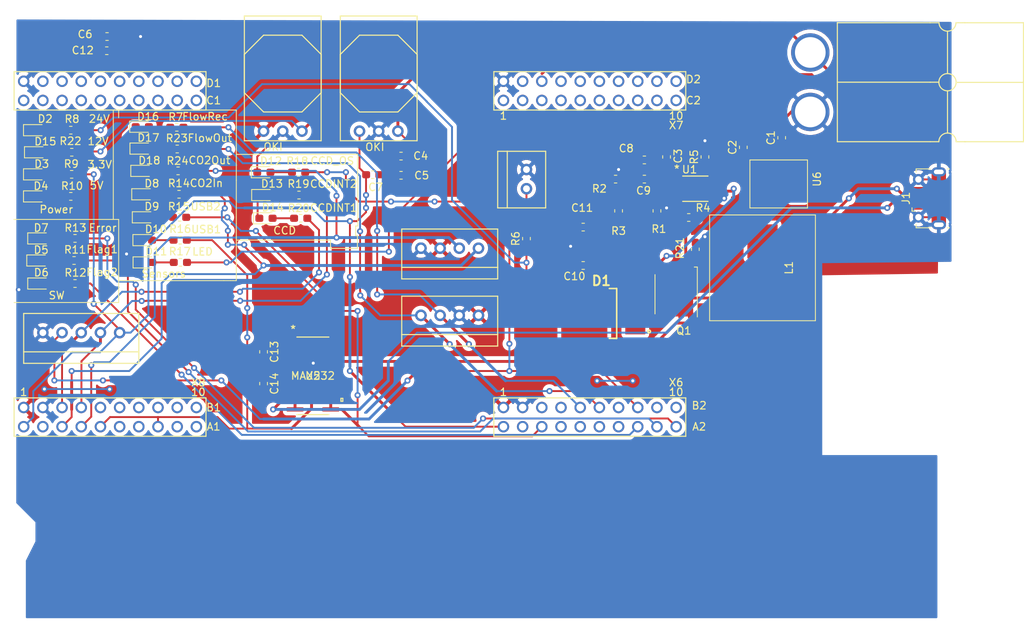
<source format=kicad_pcb>
(kicad_pcb (version 20171130) (host pcbnew "(5.1.4)-1")
  (layers (0 F.Cu signal) (31 B.Cu signal) (34 B.Paste user) (35 F.Paste user) (36 B.SilkS user) (37 F.SilkS user) (38 B.Mask user) (39 F.Mask user) (44 Edge.Cuts user))
  (net 0 "")
  (net 1 GND)
  (net 2 "Net-(C1-Pad1)")
  (net 3 "Net-(C3-Pad1)")
  (net 4 +12V)
  (net 5 +5V)
  (net 6 +3V3)
  (net 7 "Net-(C8-Pad1)")
  (net 8 "Net-(C9-Pad2)")
  (net 9 +24V)
  (net 10 "Net-(C13-Pad2)")
  (net 11 "Net-(C13-Pad1)")
  (net 12 "Net-(C14-Pad2)")
  (net 13 "Net-(C14-Pad1)")
  (net 14 Flow_Output)
  (net 15 Flow_Receive)
  (net 16 C02_Out)
  (net 17 C02_In)
  (net 18 CCD_OS)
  (net 19 CCD_INT1)
  (net 20 CCD_INT2)
  (net 21 "Net-(Conn5-Pad1)")
  (net 22 "Net-(D2-Pad2)")
  (net 23 "Net-(D3-Pad2)")
  (net 24 "Net-(D4-Pad2)")
  (net 25 "Net-(D5-Pad2)")
  (net 26 "Net-(D6-Pad2)")
  (net 27 "Net-(D7-Pad2)")
  (net 28 "Net-(D8-Pad2)")
  (net 29 "Net-(D9-Pad2)")
  (net 30 "Net-(D10-Pad2)")
  (net 31 "Net-(D11-Pad2)")
  (net 32 "Net-(D12-Pad2)")
  (net 33 "Net-(D13-Pad2)")
  (net 34 "Net-(D14-Pad2)")
  (net 35 "Net-(D15-Pad2)")
  (net 36 "Net-(D16-Pad2)")
  (net 37 "Net-(D17-Pad2)")
  (net 38 "Net-(D18-Pad2)")
  (net 39 USB_Data_1)
  (net 40 "Net-(J1-Pad4)")
  (net 41 USB_Data_2)
  (net 42 "Net-(Q1-Pad4)")
  (net 43 "Net-(Q1-Pad1)")
  (net 44 "Net-(R1-Pad1)")
  (net 45 "Net-(R5-Pad1)")
  (net 46 SW_Flag2)
  (net 47 SW_Flag1)
  (net 48 SW_ERROR)
  (net 49 USB_TIVA_2)
  (net 50 USB_TIVA_1)
  (net 51 LED_Enable)
  (net 52 "Net-(D1-Pad1)")
  (net 53 "Net-(U4-PadPM6)")
  (net 54 "Net-(U4-PadPQ1)")
  (net 55 "Net-(U4-PadPQ2)")
  (net 56 "Net-(U4-PadPQ3)")
  (net 57 "Net-(U4-PadPP3)")
  (net 58 "Net-(U4-PadPQ0)")
  (net 59 "Net-(U4-PadPA4)")
  (net 60 "Net-(U4-PadRese')")
  (net 61 "Net-(U4-PadPA7)")
  (net 62 "Net-(U4-PadPK2)")
  (net 63 "Net-(U4-PadPB4)")
  (net 64 "Net-(U4-PadPB5)")
  (net 65 "Net-(U4-PadPA5)")
  (net 66 "Net-(U4-PadPD2)")
  (net 67 "Net-(U4-PadPD4)")
  (net 68 "Net-(U4-PadPD5)")
  (net 69 "Net-(U4-PadPG1)")
  (net 70 "Net-(U4-PadPK4)")
  (net 71 "Net-(U4-PadPK5)")
  (net 72 "Net-(U4-PadPM0)")
  (net 73 "Net-(U4-PadPM1)")
  (net 74 "Net-(U4-PadPM2)")
  (net 75 "Net-(U4-PadPH0)")
  (net 76 "Net-(U4-PadPH1)")
  (net 77 "Net-(U4-PadPK6)")
  (net 78 "Net-(U4-PadPK7)")
  (net 79 "Net-(U4-PadPM7)")
  (net 80 "Net-(U4-PadPE2)")
  (net 81 "Net-(U4-PadPE3)")
  (net 82 "Net-(U4-PadPD7)")
  (net 83 "Net-(U4-PadPA6)")
  (net 84 "Net-(U4-PadPM4)")
  (net 85 "Net-(U4-PadPM5)")
  (net 86 "Net-(U4-PadPE4)")
  (net 87 "Net-(U4-PadPE5)")
  (net 88 "Net-(U4-PadPD3)")
  (net 89 "Net-(U4-PadPB2)")
  (net 90 "Net-(U4-PadPB3)")
  (net 91 "Net-(U4-PadPF1)")
  (net 92 "Net-(U4-PadPF2)")
  (net 93 "Net-(U4-PadPF3)")
  (net 94 "Net-(U4-PadPG0)")
  (net 95 "Net-(U4-PadPL4)")
  (net 96 "Net-(U4-PadPL5)")
  (net 97 "Net-(U4-PadPL0)")
  (net 98 "Net-(U4-PadPL1)")
  (net 99 "Net-(U4-PadPL2)")
  (net 100 "Net-(U4-PadPL3)")
  (net 101 "Net-(U4-PadPM3)")
  (net 102 "Net-(U4-PadPH2)")
  (net 103 "Net-(U4-PadPH3)")
  (net 104 "Net-(U4-PadRese)")
  (net 105 "Net-(U4-PadPD1)")
  (net 106 "Net-(U4-PadPD0)")
  (net 107 "Net-(U4-PadPN2)")
  (net 108 "Net-(U4-PadPN3)")
  (net 109 "Net-(U4-PadPP2)")
  (module MRDT_Shields:TM4C129E_Launchpad_FULL_THT_TOP (layer F.Cu) (at 62.23 93.726)
    (fp_text reference U4 hide)
    (fp_text value TM4C129E_Launchpad hide)
    (fp_text user 1 (at 1.27 -5.842 180) (layer F.SilkS))
    (fp_text user 10 (at 24.384 -5.842 180) (layer F.SilkS))
    (fp_text user 1 (at 64.77 -42.418 180) (layer F.SilkS))
    (fp_text user 10 (at 87.63 -42.418 180) (layer F.SilkS))
    (fp_text user 10 (at 87.63 -5.842 180) (layer F.SilkS))
    (fp_text user 1 (at 64.77 -5.842 180) (layer F.SilkS))
    (fp_text user X8 (at 24.384 -7.112 180) (layer F.SilkS))
    (fp_text user X7 (at 87.63 -41.148 180) (layer F.SilkS))
    (fp_text user X6 (at 87.63 -7.112) (layer F.SilkS))
    (fp_text user C1 (at 26.416 -44.45 180) (layer F.SilkS))
    (fp_text user D1 (at 26.416 -46.736 180) (layer F.SilkS))
    (fp_text user C2 (at 89.916 -44.45 180) (layer F.SilkS))
    (fp_text user D2 (at 89.916 -47.244) (layer F.SilkS))
    (fp_text user B1 (at 26.416 -3.81 180) (layer F.SilkS))
    (fp_text user A1 (at 26.416 -1.27 180) (layer F.SilkS))
    (fp_text user B2 (at 90.678 -4.064 180) (layer F.SilkS))
    (fp_text user A2 (at 90.678 -1.27 180) (layer F.SilkS))
    (pad +3V3 thru_hole circle (at 64.77 -1.27 180) (size 1.52 1.52) (drill 1) (layers *.Cu *.Mask F.Paste) (net 6 +3V3))
    (pad PM6 thru_hole circle (at 87.63 -46.99 180) (size 1.52 1.52) (drill 1) (layers *.Cu *.Mask F.Paste) (net 53 "Net-(U4-PadPM6)"))
    (pad PQ1 thru_hole circle (at 85.09 -46.99 180) (size 1.52 1.52) (drill 1) (layers *.Cu *.Mask F.Paste) (net 54 "Net-(U4-PadPQ1)"))
    (pad PQ2 thru_hole circle (at 77.47 -46.99 180) (size 1.52 1.52) (drill 1) (layers *.Cu *.Mask F.Paste) (net 55 "Net-(U4-PadPQ2)"))
    (pad PK0 thru_hole circle (at 74.93 -3.81 180) (size 1.52 1.52) (drill 1) (layers *.Cu *.Mask F.Paste) (net 15 Flow_Receive))
    (pad PQ3 thru_hole circle (at 80.01 -46.99 180) (size 1.52 1.52) (drill 1) (layers *.Cu *.Mask F.Paste) (net 56 "Net-(U4-PadPQ3)"))
    (pad PP3 thru_hole circle (at 82.55 -46.99 180) (size 1.52 1.52) (drill 1) (layers *.Cu *.Mask F.Paste) (net 57 "Net-(U4-PadPP3)"))
    (pad PQ0 thru_hole circle (at 80.01 -1.27 180) (size 1.52 1.52) (drill 1) (layers *.Cu *.Mask F.Paste) (net 58 "Net-(U4-PadPQ0)"))
    (pad PA4 thru_hole circle (at 85.09 -3.81 180) (size 1.52 1.52) (drill 1) (layers *.Cu *.Mask F.Paste) (net 59 "Net-(U4-PadPA4)"))
    (pad Rese' thru_hole circle (at 74.93 -46.99 180) (size 1.52 1.52) (drill 1) (layers *.Cu *.Mask F.Paste) (net 60 "Net-(U4-PadRese')"))
    (pad PA7 thru_hole circle (at 72.39 -46.99 180) (size 1.52 1.52) (drill 1) (layers *.Cu *.Mask F.Paste) (net 61 "Net-(U4-PadPA7)"))
    (pad PN5 thru_hole circle (at 85.09 -1.27 180) (size 1.52 1.52) (drill 1) (layers *.Cu *.Mask F.Paste) (net 46 SW_Flag2))
    (pad PK2 thru_hole circle (at 80.01 -3.81 180) (size 1.52 1.52) (drill 1) (layers *.Cu *.Mask F.Paste) (net 62 "Net-(U4-PadPK2)"))
    (pad PK1 thru_hole circle (at 77.47 -3.81 180) (size 1.52 1.52) (drill 1) (layers *.Cu *.Mask F.Paste) (net 14 Flow_Output))
    (pad +5V thru_hole circle (at 64.77 -3.81 180) (size 1.52 1.52) (drill 1) (layers *.Cu *.Mask F.Paste) (net 5 +5V))
    (pad GND thru_hole circle (at 67.31 -3.81 180) (size 1.52 1.52) (drill 1) (layers *.Cu *.Mask F.Paste) (net 1 GND))
    (pad PB4 thru_hole circle (at 69.85 -3.81 180) (size 1.52 1.52) (drill 1) (layers *.Cu *.Mask F.Paste) (net 63 "Net-(U4-PadPB4)"))
    (pad PB5 thru_hole circle (at 72.39 -3.81 180) (size 1.52 1.52) (drill 1) (layers *.Cu *.Mask F.Paste) (net 64 "Net-(U4-PadPB5)"))
    (pad PK3 thru_hole circle (at 82.55 -3.81 180) (size 1.52 1.52) (drill 1) (layers *.Cu *.Mask F.Paste) (net 18 CCD_OS))
    (pad PA5 thru_hole circle (at 87.63 -3.81 180) (size 1.52 1.52) (drill 1) (layers *.Cu *.Mask F.Paste) (net 65 "Net-(U4-PadPA5)"))
    (pad PD2 thru_hole circle (at 67.31 -1.27 180) (size 1.52 1.52) (drill 1) (layers *.Cu *.Mask F.Paste) (net 66 "Net-(U4-PadPD2)"))
    (pad PP0 thru_hole circle (at 69.85 -1.27 180) (size 1.52 1.52) (drill 1) (layers *.Cu *.Mask F.Paste) (net 49 USB_TIVA_2))
    (pad PP1 thru_hole circle (at 72.39 -1.27 180) (size 1.52 1.52) (drill 1) (layers *.Cu *.Mask F.Paste) (net 49 USB_TIVA_2))
    (pad PD4 thru_hole circle (at 74.93 -1.27 180) (size 1.52 1.52) (drill 1) (layers *.Cu *.Mask F.Paste) (net 67 "Net-(U4-PadPD4)"))
    (pad PD5 thru_hole circle (at 77.47 -1.27 180) (size 1.52 1.52) (drill 1) (layers *.Cu *.Mask F.Paste) (net 68 "Net-(U4-PadPD5)"))
    (pad PP4 thru_hole circle (at 82.55 -1.27 180) (size 1.52 1.52) (drill 1) (layers *.Cu *.Mask F.Paste) (net 47 SW_Flag1))
    (pad PN4 thru_hole circle (at 87.63 -1.27 180) (size 1.52 1.52) (drill 1) (layers *.Cu *.Mask F.Paste) (net 48 SW_ERROR))
    (pad PG1 thru_hole circle (at 64.77 -44.45 180) (size 1.52 1.52) (drill 1) (layers *.Cu *.Mask F.Paste) (net 69 "Net-(U4-PadPG1)"))
    (pad PK4 thru_hole circle (at 67.31 -44.45 180) (size 1.52 1.52) (drill 1) (layers *.Cu *.Mask F.Paste) (net 70 "Net-(U4-PadPK4)"))
    (pad PK5 thru_hole circle (at 69.85 -44.45 180) (size 1.52 1.52) (drill 1) (layers *.Cu *.Mask F.Paste) (net 71 "Net-(U4-PadPK5)"))
    (pad PM0 thru_hole circle (at 72.39 -44.45 180) (size 1.52 1.52) (drill 1) (layers *.Cu *.Mask F.Paste) (net 72 "Net-(U4-PadPM0)"))
    (pad PM1 thru_hole circle (at 74.93 -44.45 180) (size 1.52 1.52) (drill 1) (layers *.Cu *.Mask F.Paste) (net 73 "Net-(U4-PadPM1)"))
    (pad PM2 thru_hole circle (at 77.47 -44.45 180) (size 1.52 1.52) (drill 1) (layers *.Cu *.Mask F.Paste) (net 74 "Net-(U4-PadPM2)"))
    (pad PH0 thru_hole circle (at 80.01 -44.45 180) (size 1.52 1.52) (drill 1) (layers *.Cu *.Mask F.Paste) (net 75 "Net-(U4-PadPH0)"))
    (pad PH1 thru_hole circle (at 82.55 -44.45 180) (size 1.52 1.52) (drill 1) (layers *.Cu *.Mask F.Paste) (net 76 "Net-(U4-PadPH1)"))
    (pad PK6 thru_hole circle (at 85.09 -44.45 180) (size 1.52 1.52) (drill 1) (layers *.Cu *.Mask F.Paste) (net 77 "Net-(U4-PadPK6)"))
    (pad PK7 thru_hole circle (at 87.63 -44.45 180) (size 1.52 1.52) (drill 1) (layers *.Cu *.Mask F.Paste) (net 78 "Net-(U4-PadPK7)"))
    (pad GND thru_hole circle (at 64.77 -46.99 180) (size 1.52 1.52) (drill 1) (layers *.Cu *.Mask F.Paste) (net 1 GND))
    (pad PM7 thru_hole circle (at 67.31 -46.99 180) (size 1.52 1.52) (drill 1) (layers *.Cu *.Mask F.Paste) (net 79 "Net-(U4-PadPM7)"))
    (pad PP5 thru_hole circle (at 69.85 -46.99 180) (size 1.52 1.52) (drill 1) (layers *.Cu *.Mask F.Paste) (net 51 LED_Enable))
    (pad +5V thru_hole circle (at 1.27 -3.81 180) (size 1.52 1.52) (drill 1) (layers *.Cu *.Mask F.Paste) (net 5 +5V))
    (pad GND thru_hole circle (at 3.81 -3.81 180) (size 1.52 1.52) (drill 1) (layers *.Cu *.Mask F.Paste) (net 1 GND))
    (pad PE0 thru_hole circle (at 6.35 -3.81 180) (size 1.52 1.52) (drill 1) (layers *.Cu *.Mask F.Paste) (net 19 CCD_INT1))
    (pad PE1 thru_hole circle (at 8.89 -3.81 180) (size 1.52 1.52) (drill 1) (layers *.Cu *.Mask F.Paste) (net 20 CCD_INT2))
    (pad PE2 thru_hole circle (at 11.43 -3.81 180) (size 1.52 1.52) (drill 1) (layers *.Cu *.Mask F.Paste) (net 80 "Net-(U4-PadPE2)"))
    (pad PE3 thru_hole circle (at 13.97 -3.81 180) (size 1.52 1.52) (drill 1) (layers *.Cu *.Mask F.Paste) (net 81 "Net-(U4-PadPE3)"))
    (pad PD7 thru_hole circle (at 16.51 -3.81 180) (size 1.52 1.52) (drill 1) (layers *.Cu *.Mask F.Paste) (net 82 "Net-(U4-PadPD7)"))
    (pad PA6 thru_hole circle (at 19.05 -3.81 180) (size 1.52 1.52) (drill 1) (layers *.Cu *.Mask F.Paste) (net 83 "Net-(U4-PadPA6)"))
    (pad PM4 thru_hole circle (at 21.59 -3.81 180) (size 1.52 1.52) (drill 1) (layers *.Cu *.Mask F.Paste) (net 84 "Net-(U4-PadPM4)"))
    (pad PM5 thru_hole circle (at 24.13 -3.81 180) (size 1.52 1.52) (drill 1) (layers *.Cu *.Mask F.Paste) (net 85 "Net-(U4-PadPM5)"))
    (pad +3V3 thru_hole circle (at 1.27 -1.27 180) (size 1.52 1.52) (drill 1) (layers *.Cu *.Mask F.Paste) (net 6 +3V3))
    (pad PE4 thru_hole circle (at 3.81 -1.27 180) (size 1.52 1.52) (drill 1) (layers *.Cu *.Mask F.Paste) (net 86 "Net-(U4-PadPE4)"))
    (pad PC4 thru_hole circle (at 6.35 -1.27 180) (size 1.52 1.52) (drill 1) (layers *.Cu *.Mask F.Paste) (net 17 C02_In))
    (pad PC5 thru_hole circle (at 8.89 -1.27 180) (size 1.52 1.52) (drill 1) (layers *.Cu *.Mask F.Paste) (net 16 C02_Out))
    (pad PC6 thru_hole circle (at 11.43 -1.27 180) (size 1.52 1.52) (drill 1) (layers *.Cu *.Mask F.Paste) (net 50 USB_TIVA_1))
    (pad PE5 thru_hole circle (at 13.97 -1.27 180) (size 1.52 1.52) (drill 1) (layers *.Cu *.Mask F.Paste) (net 87 "Net-(U4-PadPE5)"))
    (pad PD3 thru_hole circle (at 16.51 -1.27 180) (size 1.52 1.52) (drill 1) (layers *.Cu *.Mask F.Paste) (net 88 "Net-(U4-PadPD3)"))
    (pad PC7 thru_hole circle (at 19.05 -1.27 180) (size 1.52 1.52) (drill 1) (layers *.Cu *.Mask F.Paste) (net 50 USB_TIVA_1))
    (pad PB2 thru_hole circle (at 21.59 -1.27 180) (size 1.52 1.52) (drill 1) (layers *.Cu *.Mask F.Paste) (net 89 "Net-(U4-PadPB2)"))
    (pad PB3 thru_hole circle (at 24.13 -1.27 180) (size 1.52 1.52) (drill 1) (layers *.Cu *.Mask F.Paste) (net 90 "Net-(U4-PadPB3)"))
    (pad PF1 thru_hole circle (at 1.27 -44.45 180) (size 1.52 1.52) (drill 1) (layers *.Cu *.Mask F.Paste) (net 91 "Net-(U4-PadPF1)"))
    (pad PF2 thru_hole circle (at 3.81 -44.45 180) (size 1.52 1.52) (drill 1) (layers *.Cu *.Mask F.Paste) (net 92 "Net-(U4-PadPF2)"))
    (pad PF3 thru_hole circle (at 6.35 -44.45 180) (size 1.52 1.52) (drill 1) (layers *.Cu *.Mask F.Paste) (net 93 "Net-(U4-PadPF3)"))
    (pad PG0 thru_hole circle (at 8.89 -44.45 180) (size 1.52 1.52) (drill 1) (layers *.Cu *.Mask F.Paste) (net 94 "Net-(U4-PadPG0)"))
    (pad PL4 thru_hole circle (at 11.43 -44.45 180) (size 1.52 1.52) (drill 1) (layers *.Cu *.Mask F.Paste) (net 95 "Net-(U4-PadPL4)"))
    (pad PL5 thru_hole circle (at 13.97 -44.45 180) (size 1.52 1.52) (drill 1) (layers *.Cu *.Mask F.Paste) (net 96 "Net-(U4-PadPL5)"))
    (pad PL0 thru_hole circle (at 16.51 -44.45 180) (size 1.52 1.52) (drill 1) (layers *.Cu *.Mask F.Paste) (net 97 "Net-(U4-PadPL0)"))
    (pad PL1 thru_hole circle (at 19.05 -44.45 180) (size 1.52 1.52) (drill 1) (layers *.Cu *.Mask F.Paste) (net 98 "Net-(U4-PadPL1)"))
    (pad PL2 thru_hole circle (at 21.59 -44.45 180) (size 1.52 1.52) (drill 1) (layers *.Cu *.Mask F.Paste) (net 99 "Net-(U4-PadPL2)"))
    (pad PL3 thru_hole circle (at 24.13 -44.45 180) (size 1.52 1.52) (drill 1) (layers *.Cu *.Mask F.Paste) (net 100 "Net-(U4-PadPL3)"))
    (pad GND thru_hole circle (at 1.27 -46.99 180) (size 1.52 1.52) (drill 1) (layers *.Cu *.Mask F.Paste) (net 1 GND))
    (pad PM3 thru_hole circle (at 3.81 -46.99 180) (size 1.52 1.52) (drill 1) (layers *.Cu *.Mask F.Paste) (net 101 "Net-(U4-PadPM3)"))
    (pad PH2 thru_hole circle (at 6.35 -46.99 180) (size 1.52 1.52) (drill 1) (layers *.Cu *.Mask F.Paste) (net 102 "Net-(U4-PadPH2)"))
    (pad PH3 thru_hole circle (at 8.89 -46.99 180) (size 1.52 1.52) (drill 1) (layers *.Cu *.Mask F.Paste) (net 103 "Net-(U4-PadPH3)"))
    (pad Rese thru_hole circle (at 11.43 -46.99 180) (size 1.52 1.52) (drill 1) (layers *.Cu *.Mask F.Paste) (net 104 "Net-(U4-PadRese)"))
    (pad PD1 thru_hole circle (at 13.97 -46.99 180) (size 1.52 1.52) (drill 1) (layers *.Cu *.Mask F.Paste) (net 105 "Net-(U4-PadPD1)"))
    (pad PD0 thru_hole circle (at 16.51 -46.99 180) (size 1.52 1.52) (drill 1) (layers *.Cu *.Mask F.Paste) (net 106 "Net-(U4-PadPD0)"))
    (pad PN2 thru_hole circle (at 19.05 -46.99 180) (size 1.52 1.52) (drill 1) (layers *.Cu *.Mask F.Paste) (net 107 "Net-(U4-PadPN2)"))
    (pad PN3 thru_hole circle (at 21.59 -46.99 180) (size 1.52 1.52) (drill 1) (layers *.Cu *.Mask F.Paste) (net 108 "Net-(U4-PadPN3)"))
    (pad PP2 thru_hole circle (at 24.13 -46.99 180) (size 1.52 1.52) (drill 1) (layers *.Cu *.Mask F.Paste) (net 109 "Net-(U4-PadPP2)"))
  )
  (module MRDT_Connectors:MOLEX_SL_05_Vertical (layer F.Cu) (at 76.2 80.01 180)
    (fp_text reference Conn4 hide)
    (fp_text value Molex_SL_05)
    (pad 5 thru_hole circle (at 10.16 0 180) (size 1.524 1.524) (drill 0.9) (layers *.Cu *.Mask) (net 1 GND))
    (pad 4 thru_hole circle (at 7.62 0 180) (size 1.524 1.524) (drill 0.9) (layers *.Cu *.Mask) (net 18 CCD_OS))
    (pad 3 thru_hole circle (at 5.08 0 180) (size 1.524 1.524) (drill 0.9) (layers *.Cu *.Mask) (net 19 CCD_INT1))
    (pad 2 thru_hole circle (at 2.54 0 180) (size 1.524 1.524) (drill 0.9) (layers *.Cu *.Mask) (net 20 CCD_INT2))
    (pad 1 thru_hole circle (at 0 0 180) (size 1.524 1.524) (drill 0.9) (layers *.Cu *.Mask) (net 6 +3V3))
  )
  (module footprints:IRF7821PBF (layer F.Cu) (at 165.97 59.69 270)
    (fp_text reference U6 (at 0 -2.54 90) (layer F.SilkS))
    (fp_text value IRF7821PbF)
    (pad 8 smd rect (at 2.54 4.68 270) (size 0.72 1.78) (layers F.Cu F.Paste F.Mask) (net 2 "Net-(C1-Pad1)"))
    (pad 7 smd rect (at 1.27 4.68 270) (size 0.72 1.78) (layers F.Cu F.Paste F.Mask) (net 2 "Net-(C1-Pad1)"))
    (pad 6 smd rect (at 0 4.68 270) (size 0.72 1.78) (layers F.Cu F.Paste F.Mask) (net 2 "Net-(C1-Pad1)"))
    (pad 5 smd rect (at -1.27 4.68 270) (size 0.72 1.78) (layers F.Cu F.Paste F.Mask) (net 2 "Net-(C1-Pad1)"))
    (pad 1 smd rect (at 2.54 0 270) (size 0.72 1.78) (layers F.Cu F.Paste F.Mask) (net 4 +12V))
    (pad 2 smd rect (at 1.27 0 270) (size 0.72 1.78) (layers F.Cu F.Paste F.Mask) (net 4 +12V))
    (pad 3 smd rect (at 0 0 270) (size 0.72 1.78) (layers F.Cu F.Paste F.Mask) (net 4 +12V))
    (pad 4 smd rect (at -1.27 0 270) (size 0.72 1.78) (layers F.Cu F.Paste F.Mask) (net 51 LED_Enable))
  )
  (module footprints:MAX232DR (layer F.Cu) (at 101.7778 85.725)
    (fp_text reference U5 (at 0 0) (layer F.SilkS))
    (fp_text value MAX232 (at 0 0) (layer F.SilkS))
    (fp_text user * (at -2.6162 -6.1468) (layer F.SilkS))
    (pad 16 smd rect (at 2.3622 -4.445) (size 2.1844 0.5588) (layers F.Cu F.Paste F.Mask) (net 5 +5V))
    (pad 15 smd rect (at 2.3622 -3.175) (size 2.1844 0.5588) (layers F.Cu F.Paste F.Mask) (net 1 GND))
    (pad 14 smd rect (at 2.3622 -1.905) (size 2.1844 0.5588) (layers F.Cu F.Paste F.Mask) (net 39 USB_Data_1))
    (pad 13 smd rect (at 2.3622 -0.635) (size 2.1844 0.5588) (layers F.Cu F.Paste F.Mask) (net 39 USB_Data_1))
    (pad 12 smd rect (at 2.3622 0.635) (size 2.1844 0.5588) (layers F.Cu F.Paste F.Mask) (net 50 USB_TIVA_1))
    (pad 11 smd rect (at 2.3622 1.905) (size 2.1844 0.5588) (layers F.Cu F.Paste F.Mask) (net 50 USB_TIVA_1))
    (pad 10 smd rect (at 2.3622 3.175) (size 2.1844 0.5588) (layers F.Cu F.Paste F.Mask) (net 49 USB_TIVA_2))
    (pad 9 smd rect (at 2.3622 4.445) (size 2.1844 0.5588) (layers F.Cu F.Paste F.Mask) (net 49 USB_TIVA_2))
    (pad 8 smd rect (at -2.3622 4.445) (size 2.1844 0.5588) (layers F.Cu F.Paste F.Mask) (net 41 USB_Data_2))
    (pad 7 smd rect (at -2.3622 3.175) (size 2.1844 0.5588) (layers F.Cu F.Paste F.Mask) (net 41 USB_Data_2))
    (pad 6 smd rect (at -2.3622 1.905) (size 2.1844 0.5588) (layers F.Cu F.Paste F.Mask) (net 1 GND))
    (pad 5 smd rect (at -2.3622 0.635) (size 2.1844 0.5588) (layers F.Cu F.Paste F.Mask) (net 12 "Net-(C14-Pad2)"))
    (pad 4 smd rect (at -2.3622 -0.635) (size 2.1844 0.5588) (layers F.Cu F.Paste F.Mask) (net 13 "Net-(C14-Pad1)"))
    (pad 3 smd rect (at -2.3622 -1.905) (size 2.1844 0.5588) (layers F.Cu F.Paste F.Mask) (net 10 "Net-(C13-Pad2)"))
    (pad 2 smd rect (at -2.3622 -3.175) (size 2.1844 0.5588) (layers F.Cu F.Paste F.Mask) (net 5 +5V))
    (pad 1 smd rect (at -2.3622 -4.445) (size 2.1844 0.5588) (layers F.Cu F.Paste F.Mask) (net 11 "Net-(C13-Pad1)"))
  )
  (module MRDT_Devices:OKI_Horizontal (layer F.Cu) (at 113.03 53.34 180)
    (fp_text reference U3 hide)
    (fp_text value OKI (at 3.048 -2.1082) (layer F.SilkS))
    (pad 3 thru_hole circle (at 5.08 0 180) (size 1.524 1.524) (drill 0.889) (layers *.Cu *.Mask) (net 6 +3V3))
    (pad 2 thru_hole circle (at 2.54 0 180) (size 1.524 1.524) (drill 0.889) (layers *.Cu *.Mask) (net 1 GND))
    (pad 1 thru_hole circle (at 0 0 180) (size 1.524 1.524) (drill 0.889) (layers *.Cu *.Mask) (net 4 +12V))
  )
  (module MRDT_Devices:OKI_Horizontal (layer F.Cu) (at 100.33 53.34 180)
    (fp_text reference U2 hide)
    (fp_text value OKI (at 3.81 -2.0828) (layer F.SilkS))
    (pad 3 thru_hole circle (at 5.08 0 180) (size 1.524 1.524) (drill 0.889) (layers *.Cu *.Mask) (net 5 +5V))
    (pad 2 thru_hole circle (at 2.54 0 180) (size 1.524 1.524) (drill 0.889) (layers *.Cu *.Mask) (net 1 GND))
    (pad 1 thru_hole circle (at 0 0 180) (size 1.524 1.524) (drill 0.889) (layers *.Cu *.Mask) (net 4 +12V))
  )
  (module custom:LM3478MMX&slash_NOPB (layer F.Cu) (at 152.4 60.96)
    (fp_text reference U1 (at -0.762 -2.54) (layer F.SilkS))
    (fp_text value LM3478MMX_NOPB hide)
    (fp_text user * (at -2.4511 -2.6006) (layer F.SilkS))
    (pad 8 smd rect (at 2.1971 -0.974999) (size 1.3716 0.4572) (layers F.Cu F.Paste F.Mask) (net 2 "Net-(C1-Pad1)"))
    (pad 7 smd rect (at 2.1971 -0.325001) (size 1.3716 0.4572) (layers F.Cu F.Paste F.Mask) (net 45 "Net-(R5-Pad1)"))
    (pad 6 smd rect (at 2.1971 0.325001) (size 1.3716 0.4572) (layers F.Cu F.Paste F.Mask) (net 42 "Net-(Q1-Pad4)"))
    (pad 5 smd rect (at 2.1971 0.974999) (size 1.3716 0.4572) (layers F.Cu F.Paste F.Mask) (net 1 GND))
    (pad 4 smd rect (at -2.1971 0.974999) (size 1.3716 0.4572) (layers F.Cu F.Paste F.Mask) (net 1 GND))
    (pad 3 smd rect (at -2.1971 0.325001) (size 1.3716 0.4572) (layers F.Cu F.Paste F.Mask) (net 44 "Net-(R1-Pad1)"))
    (pad 2 smd rect (at -2.1971 -0.325001) (size 1.3716 0.4572) (layers F.Cu F.Paste F.Mask) (net 7 "Net-(C8-Pad1)"))
    (pad 1 smd rect (at -2.1971 -0.974999) (size 1.3716 0.4572) (layers F.Cu F.Paste F.Mask) (net 3 "Net-(C3-Pad1)"))
  )
  (module Resistor_SMD:R_0603_1608Metric_Pad1.05x0.95mm_HandSolder (layer F.Cu) (at 83.9356 58.5978 180)
    (fp_text reference R24 (at 0.0648 1.3208) (layer F.SilkS))
    (fp_text value 500)
    (pad 2 smd roundrect (at 0.875 0 180) (size 1.05 0.95) (layers F.Cu F.Paste F.Mask) (net 38 "Net-(D18-Pad2)"))
    (pad 1 smd roundrect (at -0.875 0 180) (size 1.05 0.95) (layers F.Cu F.Paste F.Mask) (net 16 C02_Out))
  )
  (module Resistor_SMD:R_0603_1608Metric_Pad1.05x0.95mm_HandSolder (layer F.Cu) (at 83.82 55.7022 180)
    (fp_text reference R23 (at 0.0508 1.4224) (layer F.SilkS))
    (fp_text value 500)
    (pad 2 smd roundrect (at 0.875 0 180) (size 1.05 0.95) (layers F.Cu F.Paste F.Mask) (net 37 "Net-(D17-Pad2)"))
    (pad 1 smd roundrect (at -0.875 0 180) (size 1.05 0.95) (layers F.Cu F.Paste F.Mask) (net 14 Flow_Output))
  )
  (module Resistor_SMD:R_0603_1608Metric_Pad1.05x0.95mm_HandSolder (layer F.Cu) (at 69.864 56.134 180)
    (fp_text reference R22 (at 0.1664 1.4732) (layer F.SilkS))
    (fp_text value 1000)
    (pad 2 smd roundrect (at 0.875 0 180) (size 1.05 0.95) (layers F.Cu F.Paste F.Mask) (net 35 "Net-(D15-Pad2)"))
    (pad 1 smd roundrect (at -0.875 0 180) (size 1.05 0.95) (layers F.Cu F.Paste F.Mask) (net 4 +12V))
  )
  (module Resistor_SMD:R_0603_1608Metric_Pad1.05x0.95mm_HandSolder (layer F.Cu) (at 152.4 68.975 90)
    (fp_text reference R21 (at 0.141 -2.032 90) (layer F.SilkS))
    (fp_text value 6m)
    (pad 2 smd roundrect (at 0.875 0 90) (size 1.05 0.95) (layers F.Cu F.Paste F.Mask) (net 1 GND))
    (pad 1 smd roundrect (at -0.875 0 90) (size 1.05 0.95) (layers F.Cu F.Paste F.Mask) (net 43 "Net-(Q1-Pad1)"))
  )
  (module Resistor_SMD:R_0603_1608Metric_Pad1.05x0.95mm_HandSolder (layer F.Cu) (at 100.1662 64.8716 180)
    (fp_text reference R20 (at 0.268 1.3462) (layer F.SilkS))
    (fp_text value 500)
    (pad 2 smd roundrect (at 0.875 0 180) (size 1.05 0.95) (layers F.Cu F.Paste F.Mask) (net 34 "Net-(D14-Pad2)"))
    (pad 1 smd roundrect (at -0.875 0 180) (size 1.05 0.95) (layers F.Cu F.Paste F.Mask) (net 19 CCD_INT1))
  )
  (module Resistor_SMD:R_0603_1608Metric_Pad1.05x0.95mm_HandSolder (layer F.Cu) (at 99.9376 61.7982 180)
    (fp_text reference R19 (at 0.0648 1.4732) (layer F.SilkS))
    (fp_text value 500)
    (pad 2 smd roundrect (at 0.875 0 180) (size 1.05 0.95) (layers F.Cu F.Paste F.Mask) (net 33 "Net-(D13-Pad2)"))
    (pad 1 smd roundrect (at -0.875 0 180) (size 1.05 0.95) (layers F.Cu F.Paste F.Mask) (net 20 CCD_INT2))
  )
  (module Resistor_SMD:R_0603_1608Metric_Pad1.05x0.95mm_HandSolder (layer F.Cu) (at 99.8868 58.7756 180)
    (fp_text reference R18 (at 0.1664 1.4732) (layer F.SilkS))
    (fp_text value 500)
    (pad 2 smd roundrect (at 0.875 0 180) (size 1.05 0.95) (layers F.Cu F.Paste F.Mask) (net 32 "Net-(D12-Pad2)"))
    (pad 1 smd roundrect (at -0.875 0 180) (size 1.05 0.95) (layers F.Cu F.Paste F.Mask) (net 18 CCD_OS))
  )
  (module Resistor_SMD:R_0603_1608Metric_Pad1.05x0.95mm_HandSolder (layer F.Cu) (at 84.2404 70.7136 180)
    (fp_text reference R17 (at 0.0648 1.4478) (layer F.SilkS))
    (fp_text value 500)
    (pad 2 smd roundrect (at 0.875 0 180) (size 1.05 0.95) (layers F.Cu F.Paste F.Mask) (net 31 "Net-(D11-Pad2)"))
    (pad 1 smd roundrect (at -0.875 0 180) (size 1.05 0.95) (layers F.Cu F.Paste F.Mask) (net 51 LED_Enable))
  )
  (module Resistor_SMD:R_0603_1608Metric_Pad1.05x0.95mm_HandSolder (layer F.Cu) (at 84.215 67.7672 180)
    (fp_text reference R16 (at 0 1.4732) (layer F.SilkS))
    (fp_text value 500)
    (pad 2 smd roundrect (at 0.875 0 180) (size 1.05 0.95) (layers F.Cu F.Paste F.Mask) (net 30 "Net-(D10-Pad2)"))
    (pad 1 smd roundrect (at -0.875 0 180) (size 1.05 0.95) (layers F.Cu F.Paste F.Mask) (net 50 USB_TIVA_1))
  )
  (module Resistor_SMD:R_0603_1608Metric_Pad1.05x0.95mm_HandSolder (layer F.Cu) (at 84.1388 64.7446 180)
    (fp_text reference R15 (at 0.0902 1.4224) (layer F.SilkS))
    (fp_text value 500)
    (pad 2 smd roundrect (at 0.875 0 180) (size 1.05 0.95) (layers F.Cu F.Paste F.Mask) (net 29 "Net-(D9-Pad2)"))
    (pad 1 smd roundrect (at -0.875 0 180) (size 1.05 0.95) (layers F.Cu F.Paste F.Mask) (net 49 USB_TIVA_2))
  )
  (module Resistor_SMD:R_0603_1608Metric_Pad1.05x0.95mm_HandSolder (layer F.Cu) (at 84.0626 61.6966 180)
    (fp_text reference R14 (at 0.014 1.4478) (layer F.SilkS))
    (fp_text value 500)
    (pad 2 smd roundrect (at 0.875 0 180) (size 1.05 0.95) (layers F.Cu F.Paste F.Mask) (net 28 "Net-(D8-Pad2)"))
    (pad 1 smd roundrect (at -0.875 0 180) (size 1.05 0.95) (layers F.Cu F.Paste F.Mask) (net 17 C02_In))
  )
  (module Resistor_SMD:R_0603_1608Metric_Pad1.05x0.95mm_HandSolder (layer F.Cu) (at 70.2958 67.5386 180)
    (fp_text reference R13 (at -0.0622 1.397) (layer F.SilkS))
    (fp_text value 500)
    (pad 2 smd roundrect (at 0.875 0 180) (size 1.05 0.95) (layers F.Cu F.Paste F.Mask) (net 27 "Net-(D7-Pad2)"))
    (pad 1 smd roundrect (at -0.875 0 180) (size 1.05 0.95) (layers F.Cu F.Paste F.Mask) (net 48 SW_ERROR))
  )
  (module Resistor_SMD:R_0603_1608Metric_Pad1.05x0.95mm_HandSolder (layer F.Cu) (at 70.2958 73.5076 180)
    (fp_text reference R12 (at -0.0622 1.4224) (layer F.SilkS))
    (fp_text value 500)
    (pad 2 smd roundrect (at 0.875 0 180) (size 1.05 0.95) (layers F.Cu F.Paste F.Mask) (net 26 "Net-(D6-Pad2)"))
    (pad 1 smd roundrect (at -0.875 0 180) (size 1.05 0.95) (layers F.Cu F.Paste F.Mask) (net 47 SW_Flag1))
  )
  (module Resistor_SMD:R_0603_1608Metric_Pad1.05x0.95mm_HandSolder (layer F.Cu) (at 70.1688 70.4596 180)
    (fp_text reference R11 (at -0.1384 1.4224) (layer F.SilkS))
    (fp_text value 500)
    (pad 2 smd roundrect (at 0.875 0 180) (size 1.05 0.95) (layers F.Cu F.Paste F.Mask) (net 25 "Net-(D5-Pad2)"))
    (pad 1 smd roundrect (at -0.875 0 180) (size 1.05 0.95) (layers F.Cu F.Paste F.Mask) (net 46 SW_Flag2))
  )
  (module Resistor_SMD:R_0603_1608Metric_Pad1.05x0.95mm_HandSolder (layer F.Cu) (at 69.737 61.976 180)
    (fp_text reference R10 (at -0.1638 1.3716) (layer F.SilkS))
    (fp_text value 500)
    (pad 2 smd roundrect (at 0.875 0 180) (size 1.05 0.95) (layers F.Cu F.Paste F.Mask) (net 24 "Net-(D4-Pad2)"))
    (pad 1 smd roundrect (at -0.875 0 180) (size 1.05 0.95) (layers F.Cu F.Paste F.Mask) (net 5 +5V))
  )
  (module Resistor_SMD:R_0603_1608Metric_Pad1.05x0.95mm_HandSolder (layer F.Cu) (at 69.85 59.055 180)
    (fp_text reference R9 (at 0.0508 1.3716) (layer F.SilkS))
    (fp_text value 500)
    (pad 2 smd roundrect (at 0.875 0 180) (size 1.05 0.95) (layers F.Cu F.Paste F.Mask) (net 23 "Net-(D3-Pad2)"))
    (pad 1 smd roundrect (at -0.875 0 180) (size 1.05 0.95) (layers F.Cu F.Paste F.Mask) (net 6 +3V3))
  )
  (module Resistor_SMD:R_0603_1608Metric_Pad1.05x0.95mm_HandSolder (layer F.Cu) (at 69.737 53.213 180)
    (fp_text reference R8 (at -0.1638 1.4732) (layer F.SilkS))
    (fp_text value 2500)
    (pad 2 smd roundrect (at 0.875 0 180) (size 1.05 0.95) (layers F.Cu F.Paste F.Mask) (net 22 "Net-(D2-Pad2)"))
    (pad 1 smd roundrect (at -0.875 0 180) (size 1.05 0.95) (layers F.Cu F.Paste F.Mask) (net 9 +24V))
  )
  (module Resistor_SMD:R_0603_1608Metric_Pad1.05x0.95mm_HandSolder (layer F.Cu) (at 83.7692 52.832 180)
    (fp_text reference R7 (at 0.141 1.3716) (layer F.SilkS))
    (fp_text value 500)
    (pad 2 smd roundrect (at 0.875 0 180) (size 1.05 0.95) (layers F.Cu F.Paste F.Mask) (net 36 "Net-(D16-Pad2)"))
    (pad 1 smd roundrect (at -0.875 0 180) (size 1.05 0.95) (layers F.Cu F.Paste F.Mask) (net 15 Flow_Receive))
  )
  (module Resistor_SMD:R_0603_1608Metric_Pad1.05x0.95mm_HandSolder (layer F.Cu) (at 130.048 67.564 90)
    (fp_text reference R6 (at 0 -1.43 90) (layer F.SilkS))
    (fp_text value 3.33)
    (pad 2 smd roundrect (at 0.875 0 90) (size 1.05 0.95) (layers F.Cu F.Paste F.Mask) (net 21 "Net-(Conn5-Pad1)"))
    (pad 1 smd roundrect (at -0.875 0 90) (size 1.05 0.95) (layers F.Cu F.Paste F.Mask) (net 9 +24V))
  )
  (module Resistor_SMD:R_0603_1608Metric_Pad1.05x0.95mm_HandSolder (layer F.Cu) (at 153.67 56.755 90)
    (fp_text reference R5 (at 0 -1.43 90) (layer F.SilkS))
    (fp_text value 26.7k)
    (pad 2 smd roundrect (at 0.875 0 90) (size 1.05 0.95) (layers F.Cu F.Paste F.Mask) (net 1 GND))
    (pad 1 smd roundrect (at -0.875 0 90) (size 1.05 0.95) (layers F.Cu F.Paste F.Mask) (net 45 "Net-(R5-Pad1)"))
  )
  (module Resistor_SMD:R_0603_1608Metric_Pad1.05x0.95mm_HandSolder (layer F.Cu) (at 151.525 64.77)
    (fp_text reference R4 (at 1.891 -1.27) (layer F.SilkS))
    (fp_text value 100)
    (pad 2 smd roundrect (at 0.875 0) (size 1.05 0.95) (layers F.Cu F.Paste F.Mask) (net 43 "Net-(Q1-Pad1)"))
    (pad 1 smd roundrect (at -0.875 0) (size 1.05 0.95) (layers F.Cu F.Paste F.Mask) (net 3 "Net-(C3-Pad1)"))
  )
  (module Resistor_SMD:R_0603_1608Metric_Pad1.05x0.95mm_HandSolder (layer F.Cu) (at 142.24 63.895 270)
    (fp_text reference R3 (at 2.653 0 180) (layer F.SilkS))
    (fp_text value 18.2k)
    (pad 2 smd roundrect (at 0.875 0 270) (size 1.05 0.95) (layers F.Cu F.Paste F.Mask) (net 9 +24V))
    (pad 1 smd roundrect (at -0.875 0 270) (size 1.05 0.95) (layers F.Cu F.Paste F.Mask) (net 44 "Net-(R1-Pad1)"))
  )
  (module Resistor_SMD:R_0603_1608Metric_Pad1.05x0.95mm_HandSolder (layer F.Cu) (at 141.845 59.69 180)
    (fp_text reference R2 (at 2.145 -1.27) (layer F.SilkS))
    (fp_text value 3.48k)
    (pad 2 smd roundrect (at 0.875 0 180) (size 1.05 0.95) (layers F.Cu F.Paste F.Mask) (net 1 GND))
    (pad 1 smd roundrect (at -0.875 0 180) (size 1.05 0.95) (layers F.Cu F.Paste F.Mask) (net 8 "Net-(C9-Pad2)"))
  )
  (module Resistor_SMD:R_0603_1608Metric_Pad1.05x0.95mm_HandSolder (layer F.Cu) (at 147.32 63.895 270)
    (fp_text reference R1 (at 2.399 -0.254 180) (layer F.SilkS))
    (fp_text value 18.2k)
    (pad 2 smd roundrect (at 0.875 0 270) (size 1.05 0.95) (layers F.Cu F.Paste F.Mask) (net 1 GND))
    (pad 1 smd roundrect (at -0.875 0 270) (size 1.05 0.95) (layers F.Cu F.Paste F.Mask) (net 44 "Net-(R1-Pad1)"))
  )
  (module Package_TO_SOT_SMD:TDSON-8-1 (layer F.Cu) (at 149.86 74.93 270)
    (fp_text reference Q1 (at 4.826 -1.016 180) (layer F.SilkS))
    (fp_text value CSD17305Q5A)
    (pad 5 smd rect (at 0.5 0 180) (size 4.5 4.29) (layers F.Cu F.Mask) (net 52 "Net-(D1-Pad1)"))
    (pad 5 smd rect (at 2.75 -1.91 180) (size 0.7 0.8) (layers F.Cu F.Paste F.Mask) (net 52 "Net-(D1-Pad1)"))
    (pad 5 smd rect (at 2.75 -0.64 180) (size 0.7 0.8) (layers F.Cu F.Paste F.Mask) (net 52 "Net-(D1-Pad1)"))
    (pad 5 smd rect (at 2.75 0.64 180) (size 0.7 0.8) (layers F.Cu F.Paste F.Mask) (net 52 "Net-(D1-Pad1)"))
    (pad 5 smd rect (at 2.75 1.91 180) (size 0.7 0.8) (layers F.Cu F.Paste F.Mask) (net 52 "Net-(D1-Pad1)"))
    (pad 4 smd rect (at -2.75 1.91 180) (size 0.7 0.8) (layers F.Cu F.Paste F.Mask) (net 42 "Net-(Q1-Pad4)"))
    (pad 3 smd rect (at -2.75 0.64 180) (size 0.7 0.8) (layers F.Cu F.Paste F.Mask) (net 43 "Net-(Q1-Pad1)"))
    (pad 2 smd rect (at -2.75 -0.64 180) (size 0.7 0.8) (layers F.Cu F.Paste F.Mask) (net 43 "Net-(Q1-Pad1)"))
    (pad 1 smd rect (at -2.75 -1.91 180) (size 0.7 0.8) (layers F.Cu F.Paste F.Mask) (net 43 "Net-(Q1-Pad1)"))
  )
  (module custom:Donald_Shaw_SRP1270 (layer F.Cu) (at 165.29 71.43 270)
    (fp_text reference L1 (at 0 0.5 90) (layer F.SilkS))
    (fp_text value "4.7uH 11.2mOhm")
    (pad 1 smd rect (at -3.5 4) (size 4 4.5) (layers F.Cu F.Paste F.Mask) (net 2 "Net-(C1-Pad1)"))
    (pad 2 smd rect (at 3.5 4) (size 4 4.5) (layers F.Cu F.Paste F.Mask) (net 52 "Net-(D1-Pad1)"))
  )
  (module Connector_USB:USB_Micro-B_Molex-105017-0001 (layer F.Cu) (at 183.388 62.23 90)
    (fp_text reference J1 (at 0 -3.1125 90) (layer F.SilkS))
    (fp_text value USB_B_Micro)
    (pad 6 smd rect (at -2.9 1.2375 90) (size 1.2 1.9) (layers F.Cu F.Mask) (net 1 GND))
    (pad 6 smd rect (at 2.9 1.2375 90) (size 1.2 1.9) (layers F.Cu F.Mask) (net 1 GND))
    (pad 6 thru_hole oval (at 3.5 1.2375 90) (size 1.2 1.9) (drill oval 0.6 1.3) (layers *.Cu *.Mask) (net 1 GND))
    (pad 6 thru_hole oval (at -3.5 1.2375 270) (size 1.2 1.9) (drill oval 0.6 1.3) (layers *.Cu *.Mask) (net 1 GND))
    (pad 6 smd rect (at -1 1.2375 90) (size 1.5 1.9) (layers F.Cu F.Paste F.Mask) (net 1 GND))
    (pad 6 thru_hole circle (at 2.5 -1.4625 90) (size 1.45 1.45) (drill 0.85) (layers *.Cu *.Mask) (net 1 GND))
    (pad 3 smd rect (at 0 -1.4625 90) (size 0.4 1.35) (layers F.Cu F.Paste F.Mask) (net 39 USB_Data_1))
    (pad 4 smd rect (at 0.65 -1.4625 90) (size 0.4 1.35) (layers F.Cu F.Paste F.Mask) (net 40 "Net-(J1-Pad4)"))
    (pad 5 smd rect (at 1.3 -1.4625 90) (size 0.4 1.35) (layers F.Cu F.Paste F.Mask) (net 1 GND))
    (pad 1 smd rect (at -1.3 -1.4625 90) (size 0.4 1.35) (layers F.Cu F.Paste F.Mask) (net 5 +5V))
    (pad 2 smd rect (at -0.65 -1.4625 90) (size 0.4 1.35) (layers F.Cu F.Paste F.Mask) (net 41 USB_Data_2))
    (pad 6 thru_hole circle (at -2.5 -1.4625 90) (size 1.45 1.45) (drill 0.85) (layers *.Cu *.Mask) (net 1 GND))
    (pad 6 smd rect (at 1 1.2375 90) (size 1.5 1.9) (layers F.Cu F.Paste F.Mask) (net 1 GND))
  )
  (module Diode_SMD:D_0603_1608Metric_Pad1.05x0.95mm_HandSolder (layer F.Cu) (at 79.3356 58.5978)
    (fp_text reference D18 (at 0.8014 -1.3716) (layer F.SilkS))
    (fp_text value LED)
    (pad 2 smd roundrect (at 0.875 0) (size 1.05 0.95) (layers F.Cu F.Paste F.Mask) (net 38 "Net-(D18-Pad2)"))
    (pad 1 smd roundrect (at -0.875 0) (size 1.05 0.95) (layers F.Cu F.Paste F.Mask) (net 1 GND))
  )
  (module Diode_SMD:D_0603_1608Metric_Pad1.05x0.95mm_HandSolder (layer F.Cu) (at 79.2226 55.6514)
    (fp_text reference D17 (at 0.7874 -1.43) (layer F.SilkS))
    (fp_text value LED)
    (pad 2 smd roundrect (at 0.875 0) (size 1.05 0.95) (layers F.Cu F.Paste F.Mask) (net 37 "Net-(D17-Pad2)"))
    (pad 1 smd roundrect (at -0.875 0) (size 1.05 0.95) (layers F.Cu F.Paste F.Mask) (net 1 GND))
  )
  (module Diode_SMD:D_0603_1608Metric_Pad1.05x0.95mm_HandSolder (layer F.Cu) (at 79.1972 52.7558)
    (fp_text reference D16 (at 0.776 -1.3462) (layer F.SilkS))
    (fp_text value LED)
    (pad 2 smd roundrect (at 0.875 0) (size 1.05 0.95) (layers F.Cu F.Paste F.Mask) (net 36 "Net-(D16-Pad2)"))
    (pad 1 smd roundrect (at -0.875 0) (size 1.05 0.95) (layers F.Cu F.Paste F.Mask) (net 1 GND))
  )
  (module Diode_SMD:D_0603_1608Metric_Pad1.05x0.95mm_HandSolder (layer F.Cu) (at 65.264 56.134)
    (fp_text reference D15 (at 1.1062 -1.4224) (layer F.SilkS))
    (fp_text value LED)
    (pad 2 smd roundrect (at 0.875 0) (size 1.05 0.95) (layers F.Cu F.Paste F.Mask) (net 35 "Net-(D15-Pad2)"))
    (pad 1 smd roundrect (at -0.875 0) (size 1.05 0.95) (layers F.Cu F.Paste F.Mask) (net 1 GND))
  )
  (module Diode_SMD:D_0603_1608Metric_Pad1.05x0.95mm_HandSolder (layer F.Cu) (at 95.5662 64.8716)
    (fp_text reference D14 (at 0.903 -1.43) (layer F.SilkS))
    (fp_text value LED)
    (pad 2 smd roundrect (at 0.875 0) (size 1.05 0.95) (layers F.Cu F.Paste F.Mask) (net 34 "Net-(D14-Pad2)"))
    (pad 1 smd roundrect (at -0.875 0) (size 1.05 0.95) (layers F.Cu F.Paste F.Mask) (net 1 GND))
  )
  (module Diode_SMD:D_0603_1608Metric_Pad1.05x0.95mm_HandSolder (layer F.Cu) (at 95.3376 61.7982)
    (fp_text reference D13 (at 1.03 -1.4986) (layer F.SilkS))
    (fp_text value LED)
    (pad 2 smd roundrect (at 0.875 0) (size 1.05 0.95) (layers F.Cu F.Paste F.Mask) (net 33 "Net-(D13-Pad2)"))
    (pad 1 smd roundrect (at -0.875 0) (size 1.05 0.95) (layers F.Cu F.Paste F.Mask) (net 1 GND))
  )
  (module Diode_SMD:D_0603_1608Metric_Pad1.05x0.95mm_HandSolder (layer F.Cu) (at 95.2868 58.7756)
    (fp_text reference D12 (at 0.9538 -1.4732) (layer F.SilkS))
    (fp_text value LED)
    (pad 2 smd roundrect (at 0.875 0) (size 1.05 0.95) (layers F.Cu F.Paste F.Mask) (net 32 "Net-(D12-Pad2)"))
    (pad 1 smd roundrect (at -0.875 0) (size 1.05 0.95) (layers F.Cu F.Paste F.Mask) (net 1 GND))
  )
  (module Diode_SMD:D_0603_1608Metric_Pad1.05x0.95mm_HandSolder (layer F.Cu) (at 79.6404 70.7136)
    (fp_text reference D11 (at 1.411 -1.4478) (layer F.SilkS))
    (fp_text value LED)
    (pad 2 smd roundrect (at 0.875 0) (size 1.05 0.95) (layers F.Cu F.Paste F.Mask) (net 31 "Net-(D11-Pad2)"))
    (pad 1 smd roundrect (at -0.875 0) (size 1.05 0.95) (layers F.Cu F.Paste F.Mask) (net 1 GND))
  )
  (module Diode_SMD:D_0603_1608Metric_Pad1.05x0.95mm_HandSolder (layer F.Cu) (at 79.615 67.7672)
    (fp_text reference D10 (at 1.3856 -1.4478) (layer F.SilkS))
    (fp_text value LED)
    (pad 2 smd roundrect (at 0.875 0) (size 1.05 0.95) (layers F.Cu F.Paste F.Mask) (net 30 "Net-(D10-Pad2)"))
    (pad 1 smd roundrect (at -0.875 0) (size 1.05 0.95) (layers F.Cu F.Paste F.Mask) (net 1 GND))
  )
  (module Diode_SMD:D_0603_1608Metric_Pad1.05x0.95mm_HandSolder (layer F.Cu) (at 79.5388 64.7446)
    (fp_text reference D9 (at 0.9284 -1.43) (layer F.SilkS))
    (fp_text value LED)
    (pad 2 smd roundrect (at 0.875 0) (size 1.05 0.95) (layers F.Cu F.Paste F.Mask) (net 29 "Net-(D9-Pad2)"))
    (pad 1 smd roundrect (at -0.875 0) (size 1.05 0.95) (layers F.Cu F.Paste F.Mask) (net 1 GND))
  )
  (module Diode_SMD:D_0603_1608Metric_Pad1.05x0.95mm_HandSolder (layer F.Cu) (at 79.4626 61.6966)
    (fp_text reference D8 (at 1.0046 -1.4224) (layer F.SilkS))
    (fp_text value LED)
    (pad 2 smd roundrect (at 0.875 0) (size 1.05 0.95) (layers F.Cu F.Paste F.Mask) (net 28 "Net-(D8-Pad2)"))
    (pad 1 smd roundrect (at -0.875 0) (size 1.05 0.95) (layers F.Cu F.Paste F.Mask) (net 1 GND))
  )
  (module Diode_SMD:D_0603_1608Metric_Pad1.05x0.95mm_HandSolder (layer F.Cu) (at 65.6958 67.5386)
    (fp_text reference D7 (at 0.1156 -1.397) (layer F.SilkS))
    (fp_text value LED)
    (pad 2 smd roundrect (at 0.875 0) (size 1.05 0.95) (layers F.Cu F.Paste F.Mask) (net 27 "Net-(D7-Pad2)"))
    (pad 1 smd roundrect (at -0.875 0) (size 1.05 0.95) (layers F.Cu F.Paste F.Mask) (net 1 GND))
  )
  (module Diode_SMD:D_0603_1608Metric_Pad1.05x0.95mm_HandSolder (layer F.Cu) (at 65.6958 73.5076)
    (fp_text reference D6 (at 0.141 -1.4478) (layer F.SilkS))
    (fp_text value LED)
    (pad 2 smd roundrect (at 0.875 0) (size 1.05 0.95) (layers F.Cu F.Paste F.Mask) (net 26 "Net-(D6-Pad2)"))
    (pad 1 smd roundrect (at -0.875 0) (size 1.05 0.95) (layers F.Cu F.Paste F.Mask) (net 1 GND))
  )
  (module Diode_SMD:D_0603_1608Metric_Pad1.05x0.95mm_HandSolder (layer F.Cu) (at 65.5688 70.4596)
    (fp_text reference D5 (at 0.2426 -1.397) (layer F.SilkS))
    (fp_text value LED)
    (pad 2 smd roundrect (at 0.875 0) (size 1.05 0.95) (layers F.Cu F.Paste F.Mask) (net 25 "Net-(D5-Pad2)"))
    (pad 1 smd roundrect (at -0.875 0) (size 1.05 0.95) (layers F.Cu F.Paste F.Mask) (net 1 GND))
  )
  (module Diode_SMD:D_0603_1608Metric_Pad1.05x0.95mm_HandSolder (layer F.Cu) (at 65.137 61.976)
    (fp_text reference D4 (at 0.649 -1.3716) (layer F.SilkS))
    (fp_text value LED)
    (pad 2 smd roundrect (at 0.875 0) (size 1.05 0.95) (layers F.Cu F.Paste F.Mask) (net 24 "Net-(D4-Pad2)"))
    (pad 1 smd roundrect (at -0.875 0) (size 1.05 0.95) (layers F.Cu F.Paste F.Mask) (net 1 GND))
  )
  (module Diode_SMD:D_0603_1608Metric_Pad1.05x0.95mm_HandSolder (layer F.Cu) (at 65.137 59.055)
    (fp_text reference D3 (at 0.7506 -1.3716) (layer F.SilkS))
    (fp_text value LED)
    (pad 2 smd roundrect (at 0.875 0) (size 1.05 0.95) (layers F.Cu F.Paste F.Mask) (net 23 "Net-(D3-Pad2)"))
    (pad 1 smd roundrect (at -0.875 0) (size 1.05 0.95) (layers F.Cu F.Paste F.Mask) (net 1 GND))
  )
  (module Diode_SMD:D_0603_1608Metric_Pad1.05x0.95mm_HandSolder (layer F.Cu) (at 65.137 53.213)
    (fp_text reference D2 (at 1.2078 -1.4986) (layer F.SilkS))
    (fp_text value LED)
    (pad 2 smd roundrect (at 0.875 0) (size 1.05 0.95) (layers F.Cu F.Paste F.Mask) (net 22 "Net-(D2-Pad2)"))
    (pad 1 smd roundrect (at -0.875 0) (size 1.05 0.95) (layers F.Cu F.Paste F.Mask) (net 1 GND))
  )
  (module MRDT_Connectors:MOLEX_SL_02_Vertical (layer F.Cu) (at 130.048 60.96 90)
    (fp_text reference Conn5 hide)
    (fp_text value Molex_SL_02)
    (pad 2 thru_hole circle (at 2.54 0 90) (size 1.524 1.524) (drill 0.9) (layers *.Cu *.Mask) (net 1 GND))
    (pad 1 thru_hole circle (at 0 0 90) (size 1.524 1.524) (drill 0.9) (layers *.Cu *.Mask) (net 21 "Net-(Conn5-Pad1)"))
  )
  (module MRDT_Connectors:MOLEX_SL_04_Vertical (layer F.Cu) (at 123.698 68.834 180)
    (fp_text reference Conn3 hide)
    (fp_text value Molex_SL_04)
    (pad 4 thru_hole circle (at 7.62 0 180) (size 1.524 1.524) (drill 0.9) (layers *.Cu *.Mask) (net 1 GND))
    (pad 4 thru_hole circle (at 7.62 0 180) (size 1.524 1.524) (drill 0.9) (layers *.Cu *.Mask) (net 1 GND))
    (pad 3 thru_hole circle (at 5.08 0 180) (size 1.524 1.524) (drill 0.9) (layers *.Cu *.Mask) (net 5 +5V))
    (pad 2 thru_hole circle (at 2.54 0 180) (size 1.524 1.524) (drill 0.9) (layers *.Cu *.Mask) (net 16 C02_Out))
    (pad 1 thru_hole circle (at 0 0 180) (size 1.524 1.524) (drill 0.9) (layers *.Cu *.Mask) (net 17 C02_In))
  )
  (module MRDT_Connectors:Anderson_2_Horizontal_Side_by_Side (layer F.Cu) (at 167.64 50.8 180)
    (fp_text reference Conn2 hide)
    (fp_text value AndersonPP)
    (pad 1 thru_hole circle (at 0.0254 0 180) (size 5.08 5.08) (drill 4.06) (layers *.Cu *.Mask F.Paste) (net 1 GND))
    (pad 2 thru_hole circle (at 0.0254 7.874 180) (size 5.08 5.08) (drill 4.06) (layers *.Cu *.Mask F.Paste) (net 4 +12V))
  )
  (module MRDT_Connectors:MOLEX_SL_04_Vertical (layer F.Cu) (at 123.698 77.724 180)
    (fp_text reference Conn1 hide)
    (fp_text value Molex_SL_04)
    (pad 4 thru_hole circle (at 7.62 0 180) (size 1.524 1.524) (drill 0.9) (layers *.Cu *.Mask) (net 14 Flow_Output))
    (pad 4 thru_hole circle (at 7.62 0 180) (size 1.524 1.524) (drill 0.9) (layers *.Cu *.Mask) (net 14 Flow_Output))
    (pad 3 thru_hole circle (at 5.08 0 180) (size 1.524 1.524) (drill 0.9) (layers *.Cu *.Mask) (net 15 Flow_Receive))
    (pad 2 thru_hole circle (at 2.54 0 180) (size 1.524 1.524) (drill 0.9) (layers *.Cu *.Mask) (net 1 GND))
    (pad 1 thru_hole circle (at 0 0 180) (size 1.524 1.524) (drill 0.9) (layers *.Cu *.Mask) (net 5 +5V))
  )
  (module Capacitor_SMD:C_0603_1608Metric_Pad1.05x0.95mm_HandSolder (layer F.Cu) (at 95.25 86.755 270)
    (fp_text reference C14 (at 0 -1.43 90) (layer F.SilkS))
    (fp_text value 1uF)
    (pad 2 smd roundrect (at 0.875 0 270) (size 1.05 0.95) (layers F.Cu F.Paste F.Mask) (net 12 "Net-(C14-Pad2)"))
    (pad 1 smd roundrect (at -0.875 0 270) (size 1.05 0.95) (layers F.Cu F.Paste F.Mask) (net 13 "Net-(C14-Pad1)"))
  )
  (module Capacitor_SMD:C_0603_1608Metric_Pad1.05x0.95mm_HandSolder (layer F.Cu) (at 95.25 82.55 270)
    (fp_text reference C13 (at 0 -1.43 90) (layer F.SilkS))
    (fp_text value 1uF)
    (pad 2 smd roundrect (at 0.875 0 270) (size 1.05 0.95) (layers F.Cu F.Paste F.Mask) (net 10 "Net-(C13-Pad2)"))
    (pad 1 smd roundrect (at -0.875 0 270) (size 1.05 0.95) (layers F.Cu F.Paste F.Mask) (net 11 "Net-(C13-Pad1)"))
  )
  (module Capacitor_SMD:C_0603_1608Metric_Pad1.05x0.95mm_HandSolder (layer F.Cu) (at 74.4982 42.6974)
    (fp_text reference C12 (at -3.175 -0.0508) (layer F.SilkS))
    (fp_text value 1uF)
    (pad 2 smd roundrect (at 0.875 0) (size 1.05 0.95) (layers F.Cu F.Paste F.Mask) (net 1 GND))
    (pad 1 smd roundrect (at -0.875 0) (size 1.05 0.95) (layers F.Cu F.Paste F.Mask) (net 5 +5V))
  )
  (module Capacitor_SMD:C_0603_1608Metric_Pad1.05x0.95mm_HandSolder (layer F.Cu) (at 137.555 66.04 180)
    (fp_text reference C11 (at 0.141 2.54) (layer F.SilkS))
    (fp_text value 82uF)
    (pad 2 smd roundrect (at 0.875 0 180) (size 1.05 0.95) (layers F.Cu F.Paste F.Mask) (net 1 GND))
    (pad 1 smd roundrect (at -0.875 0 180) (size 1.05 0.95) (layers F.Cu F.Paste F.Mask) (net 9 +24V))
  )
  (module Capacitor_SMD:C_0603_1608Metric_Pad1.05x0.95mm_HandSolder (layer F.Cu) (at 137.555 71.12 180)
    (fp_text reference C10 (at 1.157 -1.43) (layer F.SilkS))
    (fp_text value 82uF)
    (pad 2 smd roundrect (at 0.875 0 180) (size 1.05 0.95) (layers F.Cu F.Paste F.Mask) (net 1 GND))
    (pad 1 smd roundrect (at -0.875 0 180) (size 1.05 0.95) (layers F.Cu F.Paste F.Mask) (net 9 +24V))
  )
  (module Capacitor_SMD:C_0603_1608Metric_Pad1.05x0.95mm_HandSolder (layer F.Cu) (at 145.655 59.69 180)
    (fp_text reference C9 (at 0.113 -1.524) (layer F.SilkS))
    (fp_text value 22nF)
    (pad 2 smd roundrect (at 0.875 0 180) (size 1.05 0.95) (layers F.Cu F.Paste F.Mask) (net 8 "Net-(C9-Pad2)"))
    (pad 1 smd roundrect (at -0.875 0 180) (size 1.05 0.95) (layers F.Cu F.Paste F.Mask) (net 7 "Net-(C8-Pad1)"))
  )
  (module Capacitor_SMD:C_0603_1608Metric_Pad1.05x0.95mm_HandSolder (layer F.Cu) (at 145.655 57.15 180)
    (fp_text reference C8 (at 2.399 1.524) (layer F.SilkS))
    (fp_text value 1nF)
    (pad 2 smd roundrect (at 0.875 0 180) (size 1.05 0.95) (layers F.Cu F.Paste F.Mask) (net 1 GND))
    (pad 1 smd roundrect (at -0.875 0 180) (size 1.05 0.95) (layers F.Cu F.Paste F.Mask) (net 7 "Net-(C8-Pad1)"))
  )
  (module Capacitor_SMD:C_0603_1608Metric_Pad1.05x0.95mm_HandSolder (layer F.Cu) (at 109.7026 59.1058)
    (fp_text reference C7 (at 0.381 1.651) (layer F.SilkS))
    (fp_text value 10uF)
    (pad 2 smd roundrect (at 0.875 0) (size 1.05 0.95) (layers F.Cu F.Paste F.Mask) (net 1 GND))
    (pad 1 smd roundrect (at -0.875 0) (size 1.05 0.95) (layers F.Cu F.Paste F.Mask) (net 6 +3V3))
  )
  (module Capacitor_SMD:C_0603_1608Metric_Pad1.05x0.95mm_HandSolder (layer F.Cu) (at 74.535 40.8178)
    (fp_text reference C6 (at -2.907 -0.3048) (layer F.SilkS))
    (fp_text value 10uF)
    (pad 2 smd roundrect (at 0.875 0) (size 1.05 0.95) (layers F.Cu F.Paste F.Mask) (net 1 GND))
    (pad 1 smd roundrect (at -0.875 0) (size 1.05 0.95) (layers F.Cu F.Paste F.Mask) (net 5 +5V))
  )
  (module Capacitor_SMD:C_0603_1608Metric_Pad1.05x0.95mm_HandSolder (layer F.Cu) (at 113.4478 59.182 180)
    (fp_text reference C5 (at -2.7318 -0.0254) (layer F.SilkS))
    (fp_text value 10uF)
    (pad 2 smd roundrect (at 0.875 0 180) (size 1.05 0.95) (layers F.Cu F.Paste F.Mask) (net 1 GND))
    (pad 1 smd roundrect (at -0.875 0 180) (size 1.05 0.95) (layers F.Cu F.Paste F.Mask) (net 4 +12V))
  )
  (module Capacitor_SMD:C_0603_1608Metric_Pad1.05x0.95mm_HandSolder (layer F.Cu) (at 113.4478 56.642 180)
    (fp_text reference C4 (at -2.6048 0.0254) (layer F.SilkS))
    (fp_text value 10uF)
    (pad 2 smd roundrect (at 0.875 0 180) (size 1.05 0.95) (layers F.Cu F.Paste F.Mask) (net 1 GND))
    (pad 1 smd roundrect (at -0.875 0 180) (size 1.05 0.95) (layers F.Cu F.Paste F.Mask) (net 4 +12V))
  )
  (module Capacitor_SMD:C_0603_1608Metric_Pad1.05x0.95mm_HandSolder (layer F.Cu) (at 148.59 56.755 90)
    (fp_text reference C3 (at 0.113 1.524 90) (layer F.SilkS))
    (fp_text value 10pF)
    (pad 2 smd roundrect (at 0.875 0 90) (size 1.05 0.95) (layers F.Cu F.Paste F.Mask) (net 1 GND))
    (pad 1 smd roundrect (at -0.875 0 90) (size 1.05 0.95) (layers F.Cu F.Paste F.Mask) (net 3 "Net-(C3-Pad1)"))
  )
  (module Capacitor_SMD:C_0603_1608Metric_Pad1.05x0.95mm_HandSolder (layer F.Cu) (at 158.75 55.485 90)
    (fp_text reference C2 (at 0 -1.43 90) (layer F.SilkS))
    (fp_text value 100nF)
    (pad 2 smd roundrect (at 0.875 0 90) (size 1.05 0.95) (layers F.Cu F.Paste F.Mask) (net 1 GND))
    (pad 1 smd roundrect (at -0.875 0 90) (size 1.05 0.95) (layers F.Cu F.Paste F.Mask) (net 2 "Net-(C1-Pad1)"))
  )
  (module Capacitor_SMD:C_0603_1608Metric_Pad1.05x0.95mm_HandSolder (layer F.Cu) (at 163.83 54.215 90)
    (fp_text reference C1 (at 0 -1.43 90) (layer F.SilkS))
    (fp_text value 120uF)
    (pad 2 smd roundrect (at 0.875 0 90) (size 1.05 0.95) (layers F.Cu F.Paste F.Mask) (net 1 GND))
    (pad 1 smd roundrect (at -0.875 0 90) (size 1.05 0.95) (layers F.Cu F.Paste F.Mask) (net 2 "Net-(C1-Pad1)"))
  )
  (module MRDT_ICs:SMC_DPAK (layer F.Cu) (at 135.89 77.47 180)
    (fp_text reference D1 (at -4.064 4.318) (layer F.SilkS) (effects (font (size 1.27 1.27) (thickness 0.254))))
    (fp_text value SBRD10200TR hide)
    (pad 1 smd rect (at -8.563 -2.286 270) (size 0.95 2.65) (layers F.Cu F.Paste F.Mask) (net 52 "Net-(D1-Pad1)"))
    (pad 2 smd rect (at -8.563 2.286 270) (size 0.95 2.65) (layers F.Cu F.Paste F.Mask) (net 52 "Net-(D1-Pad1)"))
    (pad 3 smd rect (at -1.813 0 180) (size 6.1 6.8) (layers F.Cu F.Paste F.Mask) (net 9 +24V))
  )
  (gr_line (start 107.696 56.4134) (end 107.7214 65.8876) (layer F.SilkS) (width 0.12))
  (gr_line (start 103.759 56.4134) (end 107.696 56.4134) (layer F.SilkS) (width 0.12))
  (gr_line (start 107.442 65.8876) (end 107.696 65.8876) (layer F.SilkS) (width 0.12))
  (gr_line (start 107.442 67.1576) (end 107.442 65.8876) (layer F.SilkS) (width 0.12))
  (gr_line (start 107.6706 67.1576) (end 107.442 67.1576) (layer F.SilkS) (width 0.12))
  (gr_line (start 107.6706 68.8594) (end 107.6706 67.1576) (layer F.SilkS) (width 0.12))
  (gr_line (start 107.0102 68.8594) (end 107.6706 68.8594) (layer F.SilkS) (width 0.12))
  (gr_line (start 104.1146 68.8594) (end 107.0102 68.8594) (layer F.SilkS) (width 0.12))
  (gr_line (start 104.1146 67.7672) (end 104.1146 68.8594) (layer F.SilkS) (width 0.12))
  (gr_line (start 91.694 67.7672) (end 104.1146 67.7672) (layer F.SilkS) (width 0.12))
  (gr_text CCD (at 98.044 66.4972) (layer F.SilkS) (effects (font (size 1 1))))
  (gr_text CCDINT1 (at 104.521 63.5) (layer F.SilkS) (effects (font (size 1 1))))
  (gr_text CCDINT2 (at 104.521 60.325) (layer F.SilkS) (effects (font (size 1 1))))
  (gr_text CCD_OS (at 104.3432 57.277) (layer F.SilkS) (effects (font (size 1 1))))
  (gr_line (start 102.1334 56.4134) (end 103.759 56.4134) (layer F.SilkS) (width 0.12))
  (gr_line (start 97.282 56.4134) (end 102.1334 56.4134) (layer F.SilkS) (width 0.12))
  (gr_line (start 91.6432 56.4134) (end 97.282 56.4134) (layer F.SilkS) (width 0.12))
  (gr_line (start 91.6432 50.6476) (end 91.6432 50.546) (layer F.SilkS) (width 0.12))
  (gr_line (start 91.6432 53.1876) (end 91.6432 50.6476) (layer F.SilkS) (width 0.12))
  (gr_line (start 91.6432 59.817) (end 91.6432 53.1876) (layer F.SilkS) (width 0.12))
  (gr_line (start 91.6432 65.5828) (end 91.6432 59.817) (layer F.SilkS) (width 0.12))
  (gr_line (start 91.6432 69.6976) (end 91.6432 65.5828) (layer F.SilkS) (width 0.12))
  (gr_line (start 91.6432 73.1266) (end 91.6432 69.6976) (layer F.SilkS) (width 0.12))
  (gr_line (start 87.63 50.546) (end 91.6178 50.546) (layer F.SilkS) (width 0.12))
  (gr_line (start 91.2114 73.1266) (end 91.6432 73.1266) (layer F.SilkS) (width 0.12))
  (gr_line (start 90.9066 73.1266) (end 91.2114 73.1266) (layer F.SilkS) (width 0.12))
  (gr_line (start 89.9922 73.1266) (end 90.9066 73.1266) (layer F.SilkS) (width 0.12))
  (gr_line (start 76.073 73.1266) (end 89.9922 73.1266) (layer F.SilkS) (width 0.12))
  (gr_text Sensors (at 82.042 72.2122) (layer F.SilkS) (effects (font (size 1 1))))
  (gr_text LED (at 87.1728 69.2912) (layer F.SilkS) (effects (font (size 1 1))))
  (gr_text USB1 (at 87.6554 66.3448) (layer F.SilkS) (effects (font (size 1 1))))
  (gr_text USB2 (at 87.5792 63.3222) (layer F.SilkS) (effects (font (size 1 1))))
  (gr_text CO2In (at 87.6808 60.2234) (layer F.SilkS) (effects (font (size 1 1))))
  (gr_text CO2Out (at 88.0872 57.2008) (layer F.SilkS) (effects (font (size 1 1))))
  (gr_text FlowOut (at 88.138 54.2544) (layer F.SilkS) (effects (font (size 1 1))))
  (gr_text FlowRec (at 87.503 51.4096) (layer F.SilkS) (effects (font (size 1 1))))
  (gr_line (start 75.3618 57.3532) (end 75.3618 64.9986) (layer F.SilkS) (width 0.12))
  (gr_line (start 75.3618 57.3532) (end 75.3618 50.546) (layer F.SilkS) (width 0.12))
  (gr_line (start 76.073 76.0222) (end 62.23 76.0222) (layer F.SilkS) (width 0.12))
  (gr_line (start 76.073 75.1586) (end 76.073 76.0222) (layer F.SilkS) (width 0.12))
  (gr_text Flag2 (at 73.8632 72.009) (layer F.SilkS) (effects (font (size 1 1))))
  (gr_text SW (at 67.8688 75.0824) (layer F.SilkS) (effects (font (size 1 1))))
  (gr_text Power (at 67.818 63.7032) (layer F.SilkS) (effects (font (size 1 1))))
  (gr_line (start 76.073 65.024) (end 62.2046 65.024) (layer F.SilkS) (width 0.12))
  (gr_line (start 76.073 75.1586) (end 76.073 74.422) (layer F.SilkS) (width 0.12))
  (gr_line (start 76.073 65.024) (end 76.073 74.422) (layer F.SilkS) (width 0.12))
  (gr_text Flag1 (at 73.8886 68.9864) (layer F.SilkS) (effects (font (size 1 1))))
  (gr_text Error (at 73.9648 66.1416) (layer F.SilkS) (effects (font (size 1 1))))
  (gr_text 5V (at 73.152 60.5282) (layer F.SilkS) (effects (font (size 1 1))))
  (gr_text 3.3V (at 73.5584 57.7596) (layer F.SilkS) (effects (font (size 1 1))))
  (gr_text 12V (at 73.3552 54.6862) (layer F.SilkS) (effects (font (size 1 1))))
  (gr_text 24V (at 73.5076 51.7144) (layer F.SilkS) (effects (font (size 1 1))))
  (gr_line (start 76.073 50.927) (end 76.073 50.546) (layer F.SilkS) (width 0.12))
  (gr_line (start 76.073 51.562) (end 76.073 50.927) (layer F.SilkS) (width 0.12))
  (segment (start 153.67 55.88) (end 153.67 54.61) (width 0.381) (layer F.Cu) (net 1))
  (segment (start 150.155001 61.934999) (end 150.2029 61.934999) (width 0.381) (layer F.Cu) (net 1))
  (segment (start 147.32 64.77) (end 148.59 63.5) (width 0.381) (layer F.Cu) (net 1))
  (segment (start 143.51 57.15) (end 144.78 57.15) (width 0.381) (layer F.Cu) (net 1))
  (segment (start 140.97 59.69) (end 142.24 58.42) (width 0.381) (layer F.Cu) (net 1))
  (segment (start 142.24 58.42) (end 143.51 57.15) (width 0.381) (layer F.Cu) (net 1))
  (via (at 142.24 58.42) (size 0.8) (drill 0.4) (layers F.Cu B.Cu) (net 1))
  (segment (start 146.05 55.88) (end 144.78 57.15) (width 0.381) (layer F.Cu) (net 1))
  (segment (start 148.59 55.88) (end 146.05 55.88) (width 0.381) (layer F.Cu) (net 1))
  (via (at 153.67 67.31) (size 0.8) (drill 0.4) (layers F.Cu B.Cu) (net 1))
  (segment (start 152.88 68.1) (end 153.67 67.31) (width 0.381) (layer F.Cu) (net 1))
  (segment (start 152.4 68.1) (end 152.88 68.1) (width 0.381) (layer F.Cu) (net 1))
  (segment (start 148.59 63.5) (end 150.155001 61.934999) (width 0.381) (layer F.Cu) (net 1))
  (via (at 148.59 63.5) (size 0.8) (drill 0.4) (layers F.Cu B.Cu) (net 1))
  (via (at 156.21 62.23) (size 0.8) (drill 0.4) (layers F.Cu B.Cu) (net 1))
  (segment (start 155.914999 61.934999) (end 156.21 62.23) (width 0.381) (layer F.Cu) (net 1))
  (segment (start 154.5971 61.934999) (end 155.914999 61.934999) (width 0.381) (layer F.Cu) (net 1))
  (via (at 135.89 68.58) (size 0.8) (drill 0.4) (layers F.Cu B.Cu) (net 1))
  (segment (start 136.68 69.37) (end 135.89 68.58) (width 0.381) (layer F.Cu) (net 1))
  (segment (start 136.68 71.12) (end 136.68 69.37) (width 0.381) (layer F.Cu) (net 1))
  (segment (start 136.68 67.79) (end 135.89 68.58) (width 0.381) (layer F.Cu) (net 1))
  (segment (start 136.68 66.04) (end 136.68 67.79) (width 0.381) (layer F.Cu) (net 1))
  (segment (start 154.94 54.61) (end 153.67 54.61) (width 0.381) (layer F.Cu) (net 1))
  (segment (start 158.75 54.61) (end 154.94 54.61) (width 0.381) (layer F.Cu) (net 1))
  (segment (start 163.83 52.07) (end 165.1 50.8) (width 0.381) (layer F.Cu) (net 1))
  (segment (start 163.83 53.34) (end 163.83 52.07) (width 0.381) (layer F.Cu) (net 1))
  (segment (start 167.6146 50.8) (end 165.1 50.8) (width 0.381) (layer F.Cu) (net 1))
  (segment (start 112.5728 56.642) (end 112.5728 59.182) (width 0.381) (layer F.Cu) (net 1))
  (segment (start 97.79 53.82) (end 97.79 53.34) (width 0.381) (layer F.Cu) (net 1))
  (segment (start 100.2284 87.63) (end 101.6 86.2584) (width 0.381) (layer F.Cu) (net 1))
  (segment (start 99.4156 87.63) (end 100.2284 87.63) (width 0.381) (layer F.Cu) (net 1))
  (segment (start 103.3272 82.55) (end 104.14 82.55) (width 0.381) (layer F.Cu) (net 1))
  (segment (start 101.6 84.2772) (end 101.8286 84.0486) (width 0.381) (layer F.Cu) (net 1))
  (segment (start 101.6 86.2584) (end 101.6 84.2772) (width 0.381) (layer F.Cu) (net 1))
  (segment (start 101.8286 84.0486) (end 103.3272 82.55) (width 0.381) (layer F.Cu) (net 1))
  (via (at 101.8286 84.0486) (size 0.8) (drill 0.4) (layers F.Cu B.Cu) (net 1))
  (via (at 153.67 54.61) (size 0.8) (drill 0.4) (layers F.Cu B.Cu) (net 1))
  (segment (start 75.692 40.5358) (end 75.41 40.8178) (width 0.25) (layer F.Cu) (net 1))
  (segment (start 64.262 53.213) (end 62.865 54.61) (width 0.25) (layer F.Cu) (net 1))
  (segment (start 63.764 56.134) (end 62.865 56.134) (width 0.25) (layer F.Cu) (net 1))
  (segment (start 64.389 56.134) (end 63.764 56.134) (width 0.25) (layer F.Cu) (net 1))
  (segment (start 62.865 54.61) (end 62.865 56.134) (width 0.25) (layer F.Cu) (net 1))
  (segment (start 62.992 59.055) (end 62.865 58.928) (width 0.25) (layer F.Cu) (net 1))
  (segment (start 64.262 59.055) (end 62.992 59.055) (width 0.25) (layer F.Cu) (net 1))
  (segment (start 62.865 56.134) (end 62.865 58.928) (width 0.25) (layer F.Cu) (net 1))
  (segment (start 64.262 61.976) (end 62.865 61.976) (width 0.25) (layer F.Cu) (net 1))
  (segment (start 62.865 58.928) (end 62.865 61.976) (width 0.25) (layer F.Cu) (net 1))
  (segment (start 64.8208 73.5076) (end 64.1958 73.5076) (width 0.25) (layer F.Cu) (net 1))
  (segment (start 184.6255 65.13) (end 184.6255 63.23) (width 0.25) (layer F.Cu) (net 1))
  (segment (start 184.6255 61.23) (end 184.6255 63.23) (width 0.25) (layer F.Cu) (net 1))
  (segment (start 184.6255 61.23) (end 184.6255 59.33) (width 0.25) (layer F.Cu) (net 1))
  (segment (start 184.3255 60.93) (end 184.6255 61.23) (width 0.25) (layer F.Cu) (net 1))
  (segment (start 181.9255 60.93) (end 184.3255 60.93) (width 0.25) (layer F.Cu) (net 1))
  (segment (start 64.1958 73.5076) (end 62.865 73.5076) (width 0.25) (layer F.Cu) (net 1))
  (segment (start 62.865 73.5076) (end 62.865 74.3204) (width 0.25) (layer F.Cu) (net 1))
  (segment (start 62.8904 70.4596) (end 62.865 70.485) (width 0.25) (layer F.Cu) (net 1))
  (segment (start 64.6938 70.4596) (end 62.8904 70.4596) (width 0.25) (layer F.Cu) (net 1))
  (segment (start 62.865 70.485) (end 62.865 73.5076) (width 0.25) (layer F.Cu) (net 1))
  (segment (start 62.8904 67.5386) (end 62.865 67.564) (width 0.25) (layer F.Cu) (net 1))
  (segment (start 64.8208 67.5386) (end 62.8904 67.5386) (width 0.25) (layer F.Cu) (net 1))
  (segment (start 62.865 61.976) (end 62.865 67.564) (width 0.25) (layer F.Cu) (net 1))
  (segment (start 62.865 67.564) (end 62.865 70.485) (width 0.25) (layer F.Cu) (net 1))
  (segment (start 62.865 74.3204) (end 62.865 74.3204) (width 0.25) (layer F.Cu) (net 1))
  (via (at 62.865 74.3204) (size 0.8) (drill 0.4) (layers F.Cu B.Cu) (net 1))
  (segment (start 78.7654 70.7136) (end 77.8764 70.7136) (width 0.25) (layer F.Cu) (net 1))
  (segment (start 77.8764 70.7136) (end 77.1144 69.9516) (width 0.25) (layer F.Cu) (net 1))
  (segment (start 77.1144 69.9516) (end 77.1144 69.596) (width 0.25) (layer F.Cu) (net 1))
  (segment (start 77.1144 69.596) (end 77.1144 69.596) (width 0.25) (layer F.Cu) (net 1))
  (via (at 77.1144 69.596) (size 0.8) (drill 0.4) (layers F.Cu B.Cu) (net 1))
  (segment (start 77.1144 53.9636) (end 78.3222 52.7558) (width 0.25) (layer F.Cu) (net 1))
  (segment (start 77.1398 55.6514) (end 77.1144 55.626) (width 0.25) (layer F.Cu) (net 1))
  (segment (start 78.3476 55.6514) (end 77.1398 55.6514) (width 0.25) (layer F.Cu) (net 1))
  (segment (start 77.1144 55.626) (end 77.1144 53.9636) (width 0.25) (layer F.Cu) (net 1))
  (segment (start 77.8356 58.5978) (end 77.1144 58.5978) (width 0.25) (layer F.Cu) (net 1))
  (segment (start 78.4606 58.5978) (end 77.8356 58.5978) (width 0.25) (layer F.Cu) (net 1))
  (segment (start 77.1144 58.5978) (end 77.1144 55.626) (width 0.25) (layer F.Cu) (net 1))
  (segment (start 77.1652 61.6966) (end 77.1144 61.7474) (width 0.25) (layer F.Cu) (net 1))
  (segment (start 78.5876 61.6966) (end 77.1652 61.6966) (width 0.25) (layer F.Cu) (net 1))
  (segment (start 77.1144 61.7474) (end 77.1144 58.5978) (width 0.25) (layer F.Cu) (net 1))
  (segment (start 78.0388 64.7446) (end 77.1144 64.7446) (width 0.25) (layer F.Cu) (net 1))
  (segment (start 78.6638 64.7446) (end 78.0388 64.7446) (width 0.25) (layer F.Cu) (net 1))
  (segment (start 77.1144 64.7446) (end 77.1144 61.7474) (width 0.25) (layer F.Cu) (net 1))
  (segment (start 78.115 67.7672) (end 77.1144 67.7672) (width 0.25) (layer F.Cu) (net 1))
  (segment (start 78.74 67.7672) (end 78.115 67.7672) (width 0.25) (layer F.Cu) (net 1))
  (segment (start 77.1144 69.596) (end 77.1144 67.7672) (width 0.25) (layer F.Cu) (net 1))
  (segment (start 77.1144 67.7672) (end 77.1144 64.7446) (width 0.25) (layer F.Cu) (net 1))
  (segment (start 112.5728 55.4228) (end 110.49 53.34) (width 0.25) (layer F.Cu) (net 1))
  (segment (start 112.5728 56.642) (end 112.5728 55.4228) (width 0.25) (layer F.Cu) (net 1))
  (segment (start 110.6538 59.182) (end 110.5776 59.1058) (width 0.25) (layer F.Cu) (net 1))
  (segment (start 112.5728 59.182) (end 110.6538 59.182) (width 0.25) (layer F.Cu) (net 1))
  (segment (start 94.4118 56.7182) (end 97.79 53.34) (width 0.25) (layer F.Cu) (net 1))
  (segment (start 94.4118 58.7756) (end 94.4118 56.7182) (width 0.25) (layer F.Cu) (net 1))
  (segment (start 94.4118 61.7474) (end 94.4626 61.7982) (width 0.25) (layer F.Cu) (net 1))
  (segment (start 94.4118 58.7756) (end 94.4118 61.7474) (width 0.25) (layer F.Cu) (net 1))
  (segment (start 94.4626 64.643) (end 94.6912 64.8716) (width 0.25) (layer F.Cu) (net 1))
  (segment (start 94.4626 61.7982) (end 94.4626 64.643) (width 0.25) (layer F.Cu) (net 1))
  (segment (start 184.2255 59.73) (end 184.6255 59.33) (width 0.25) (layer F.Cu) (net 1))
  (segment (start 181.9255 59.73) (end 184.2255 59.73) (width 0.25) (layer F.Cu) (net 1))
  (segment (start 184.6255 64.88) (end 184.6255 65.73) (width 0.25) (layer F.Cu) (net 1))
  (segment (start 184.4755 64.73) (end 184.6255 64.88) (width 0.25) (layer F.Cu) (net 1))
  (segment (start 181.9255 64.73) (end 184.4755 64.73) (width 0.25) (layer F.Cu) (net 1))
  (segment (start 77.5716 40.8178) (end 75.41 40.8178) (width 0.25) (layer F.Cu) (net 1))
  (segment (start 78.9686 40.8178) (end 78.9686 40.8178) (width 0.25) (layer F.Cu) (net 1))
  (segment (start 75.3732 42.6974) (end 77.089 42.6974) (width 0.25) (layer F.Cu) (net 1))
  (segment (start 77.089 42.6974) (end 78.9686 40.8178) (width 0.25) (layer F.Cu) (net 1))
  (segment (start 78.9686 40.8178) (end 77.5716 40.8178) (width 0.25) (layer F.Cu) (net 1))
  (via (at 78.9686 40.8178) (size 0.8) (drill 0.4) (layers F.Cu B.Cu) (net 1))
  (segment (start 161.29 62.23) (end 161.29 60.96) (width 0.381) (layer F.Cu) (net 2))
  (segment (start 161.29 60.96) (end 161.29 59.69) (width 0.381) (layer F.Cu) (net 2))
  (segment (start 161.29 59.69) (end 161.29 58.42) (width 0.381) (layer F.Cu) (net 2))
  (segment (start 154.5971 59.375401) (end 154.5971 59.985001) (width 0.381) (layer F.Cu) (net 2))
  (segment (start 155.552501 58.42) (end 154.5971 59.375401) (width 0.381) (layer F.Cu) (net 2))
  (segment (start 161.29 58.42) (end 155.552501 58.42) (width 0.381) (layer F.Cu) (net 2))
  (segment (start 161.29 67.93) (end 161.29 62.23) (width 0.381) (layer F.Cu) (net 2))
  (segment (start 160.81 58.42) (end 158.75 56.36) (width 0.381) (layer F.Cu) (net 2))
  (segment (start 161.29 58.42) (end 160.81 58.42) (width 0.381) (layer F.Cu) (net 2))
  (segment (start 161.82 58.42) (end 161.29 58.42) (width 0.381) (layer F.Cu) (net 2))
  (segment (start 163.83 56.41) (end 161.82 58.42) (width 0.381) (layer F.Cu) (net 2))
  (segment (start 163.83 55.09) (end 163.83 56.41) (width 0.381) (layer F.Cu) (net 2))
  (segment (start 150.2029 59.2429) (end 148.59 57.63) (width 0.381) (layer F.Cu) (net 3))
  (segment (start 150.2029 59.985001) (end 150.2029 59.2429) (width 0.381) (layer F.Cu) (net 3))
  (segment (start 150.65 64.77) (end 152.4 63.02) (width 0.381) (layer F.Cu) (net 3))
  (segment (start 151.2697 59.985001) (end 150.2029 59.985001) (width 0.381) (layer F.Cu) (net 3))
  (segment (start 152.4 61.115301) (end 151.2697 59.985001) (width 0.381) (layer F.Cu) (net 3))
  (segment (start 152.4 63.02) (end 152.4 61.115301) (width 0.381) (layer F.Cu) (net 3))
  (segment (start 165.97 62.23) (end 165.97 60.96) (width 0.381) (layer F.Cu) (net 4))
  (segment (start 165.97 60.96) (end 165.97 59.69) (width 0.381) (layer F.Cu) (net 4))
  (segment (start 167.241 59.69) (end 173.99 52.941) (width 0.381) (layer F.Cu) (net 4))
  (segment (start 165.97 59.69) (end 167.241 59.69) (width 0.381) (layer F.Cu) (net 4))
  (segment (start 173.99 49.3014) (end 167.6146 42.926) (width 0.381) (layer F.Cu) (net 4))
  (segment (start 173.99 52.941) (end 173.99 49.3014) (width 0.381) (layer F.Cu) (net 4))
  (segment (start 113.03 50.8) (end 113.03 53.34) (width 0.381) (layer F.Cu) (net 4))
  (segment (start 111.76 49.53) (end 113.03 50.8) (width 0.381) (layer F.Cu) (net 4))
  (segment (start 100.33 53.34) (end 104.14 49.53) (width 0.381) (layer F.Cu) (net 4))
  (segment (start 104.14 49.53) (end 111.76 49.53) (width 0.381) (layer F.Cu) (net 4))
  (segment (start 114.3228 59.182) (end 114.3228 56.642) (width 0.381) (layer F.Cu) (net 4))
  (segment (start 165.074601 40.386001) (end 167.6146 42.926) (width 0.381) (layer F.Cu) (net 4))
  (segment (start 120.903999 40.386001) (end 165.074601 40.386001) (width 0.381) (layer F.Cu) (net 4))
  (segment (start 111.76 49.53) (end 120.903999 40.386001) (width 0.381) (layer F.Cu) (net 4))
  (segment (start 70.739 56.072498) (end 70.739 56.134) (width 0.381) (layer F.Cu) (net 4))
  (segment (start 70.931498 55.88) (end 70.739 56.072498) (width 0.381) (layer F.Cu) (net 4))
  (segment (start 98.97661 51.98661) (end 77.70579 51.98661) (width 0.25) (layer B.Cu) (net 4))
  (segment (start 100.33 53.34) (end 98.97661 51.98661) (width 0.25) (layer B.Cu) (net 4))
  (segment (start 77.70579 51.98661) (end 73.66 56.0324) (width 0.25) (layer B.Cu) (net 4))
  (segment (start 73.66 56.0324) (end 73.66 56.0324) (width 0.25) (layer B.Cu) (net 4))
  (via (at 73.66 56.0324) (size 0.8) (drill 0.4) (layers F.Cu B.Cu) (net 4))
  (segment (start 70.8406 56.0324) (end 70.739 56.134) (width 0.25) (layer F.Cu) (net 4))
  (segment (start 73.66 56.0324) (end 70.8406 56.0324) (width 0.25) (layer F.Cu) (net 4))
  (segment (start 114.3228 54.6328) (end 113.03 53.34) (width 0.25) (layer F.Cu) (net 4))
  (segment (start 114.3228 56.642) (end 114.3228 54.6328) (width 0.25) (layer F.Cu) (net 4))
  (segment (start 99.4156 82.55) (end 100.2284 82.55) (width 0.381) (layer F.Cu) (net 5))
  (segment (start 104.14 81.28) (end 104.9528 81.28) (width 0.381) (layer F.Cu) (net 5))
  (via (at 74.8792 87.503) (size 0.8) (drill 0.4) (layers F.Cu B.Cu) (net 5))
  (via (at 66.2432 87.4776) (size 0.8) (drill 0.4) (layers F.Cu B.Cu) (net 5))
  (segment (start 74.8538 87.4776) (end 74.8792 87.503) (width 0.25) (layer B.Cu) (net 5))
  (segment (start 66.2432 87.4776) (end 74.8538 87.4776) (width 0.25) (layer B.Cu) (net 5))
  (segment (start 181.0005 63.53) (end 180.3447 64.1858) (width 0.25) (layer F.Cu) (net 5))
  (segment (start 181.9255 63.53) (end 181.0005 63.53) (width 0.25) (layer F.Cu) (net 5))
  (via (at 144.1196 86.3854) (size 0.8) (drill 0.4) (layers F.Cu B.Cu) (net 5))
  (via (at 139.3952 86.3854) (size 0.8) (drill 0.4) (layers F.Cu B.Cu) (net 5))
  (segment (start 139.3952 86.3854) (end 144.1196 86.3854) (width 0.25) (layer B.Cu) (net 5))
  (segment (start 93.98 63.5) (end 92.71 63.5) (width 0.381) (layer B.Cu) (net 6))
  (segment (start 113.03 91.44) (end 106.68 85.09) (width 0.381) (layer F.Cu) (net 6))
  (segment (start 106.68 85.09) (end 106.68 85.09) (width 0.381) (layer F.Cu) (net 6))
  (via (at 106.68 85.09) (size 0.8) (drill 0.4) (layers F.Cu B.Cu) (net 6))
  (segment (start 93.98 63.5) (end 100.33 63.5) (width 0.381) (layer B.Cu) (net 6))
  (segment (start 100.33 63.5) (end 101.6 63.5) (width 0.381) (layer B.Cu) (net 6))
  (segment (start 106.68 85.09) (end 106.68 84.524315) (width 0.25) (layer B.Cu) (net 6))
  (segment (start 106.68 84.524315) (end 106.68 72.644) (width 0.381) (layer B.Cu) (net 6))
  (segment (start 106.68 72.644) (end 106.68 72.644) (width 0.25) (layer B.Cu) (net 6))
  (via (at 106.68 72.644) (size 0.8) (drill 0.4) (layers F.Cu B.Cu) (net 6))
  (via (at 106.68 65.2526) (size 0.8) (drill 0.4) (layers F.Cu B.Cu) (net 6))
  (segment (start 113.03 91.44) (end 114.046 92.456) (width 0.25) (layer F.Cu) (net 6))
  (segment (start 114.046 92.456) (end 127 92.456) (width 0.25) (layer F.Cu) (net 6))
  (segment (start 64.77 91.186) (end 63.5 92.456) (width 0.25) (layer B.Cu) (net 6))
  (segment (start 72.771 59.055) (end 72.771 59.055) (width 0.25) (layer B.Cu) (net 6))
  (via (at 72.771 59.055) (size 0.8) (drill 0.4) (layers F.Cu B.Cu) (net 6))
  (segment (start 72.771 59.055) (end 70.725 59.055) (width 0.25) (layer F.Cu) (net 6))
  (segment (start 73.6092 82.6008) (end 69.9262 82.6008) (width 0.25) (layer B.Cu) (net 6))
  (segment (start 76.2 80.01) (end 73.6092 82.6008) (width 0.25) (layer B.Cu) (net 6))
  (segment (start 64.77 87.757) (end 64.77 91.186) (width 0.25) (layer B.Cu) (net 6))
  (segment (start 69.9262 82.6008) (end 64.77 87.757) (width 0.25) (layer B.Cu) (net 6))
  (segment (start 72.771 76.2) (end 72.771 76.2) (width 0.25) (layer B.Cu) (net 6))
  (segment (start 92.71 63.5) (end 91.5924 63.5) (width 0.25) (layer B.Cu) (net 6))
  (segment (start 91.5924 63.5) (end 90.7034 62.611) (width 0.25) (layer B.Cu) (net 6))
  (segment (start 86.0552 62.611) (end 85.0392 63.627) (width 0.25) (layer B.Cu) (net 6))
  (segment (start 90.7034 62.611) (end 86.0552 62.611) (width 0.25) (layer B.Cu) (net 6))
  (segment (start 85.1662 63.5) (end 85.0392 63.627) (width 0.25) (layer B.Cu) (net 6))
  (segment (start 72.771 76.2) (end 72.771 59.055) (width 0.25) (layer B.Cu) (net 6))
  (via (at 72.771 76.2) (size 0.8) (drill 0.4) (layers F.Cu B.Cu) (net 6))
  (segment (start 76.2 79.629) (end 76.2 80.01) (width 0.25) (layer F.Cu) (net 6))
  (segment (start 72.771 76.2) (end 76.2 79.629) (width 0.25) (layer F.Cu) (net 6))
  (segment (start 77.6478 80.01) (end 76.2 80.01) (width 0.25) (layer B.Cu) (net 6))
  (segment (start 80.01 77.6478) (end 77.6478 80.01) (width 0.25) (layer B.Cu) (net 6))
  (segment (start 85.0392 63.627) (end 80.01 68.6562) (width 0.25) (layer B.Cu) (net 6))
  (segment (start 80.01 68.6562) (end 80.01 77.6478) (width 0.25) (layer B.Cu) (net 6))
  (segment (start 107.95 58.2282) (end 108.8276 59.1058) (width 0.25) (layer F.Cu) (net 6))
  (segment (start 107.95 53.34) (end 107.95 58.2282) (width 0.25) (layer F.Cu) (net 6))
  (segment (start 108.8136 63.5) (end 108.8136 63.5) (width 0.25) (layer F.Cu) (net 6))
  (via (at 108.8136 63.5) (size 0.8) (drill 0.4) (layers F.Cu B.Cu) (net 6))
  (segment (start 108.8136 63.5) (end 108.8136 62.934315) (width 0.25) (layer B.Cu) (net 6))
  (segment (start 108.8136 62.934315) (end 108.8136 61.7982) (width 0.25) (layer B.Cu) (net 6))
  (segment (start 108.8136 61.7982) (end 108.8136 61.7982) (width 0.25) (layer B.Cu) (net 6))
  (via (at 108.8136 61.7982) (size 0.8) (drill 0.4) (layers F.Cu B.Cu) (net 6))
  (segment (start 108.8136 59.1198) (end 108.8276 59.1058) (width 0.25) (layer F.Cu) (net 6))
  (segment (start 108.8136 61.7982) (end 108.8136 59.1198) (width 0.25) (layer F.Cu) (net 6))
  (segment (start 106.68 66.2178) (end 106.68 65.2526) (width 0.25) (layer F.Cu) (net 6))
  (segment (start 106.68 72.644) (end 106.68 66.2178) (width 0.25) (layer F.Cu) (net 6))
  (segment (start 107.245685 65.2526) (end 106.68 65.2526) (width 0.25) (layer F.Cu) (net 6))
  (segment (start 107.626685 65.2526) (end 107.245685 65.2526) (width 0.25) (layer F.Cu) (net 6))
  (segment (start 108.8136 64.065685) (end 107.626685 65.2526) (width 0.25) (layer F.Cu) (net 6))
  (segment (start 108.8136 63.5) (end 108.8136 64.065685) (width 0.25) (layer F.Cu) (net 6))
  (segment (start 103.3526 65.2526) (end 101.6 63.5) (width 0.25) (layer B.Cu) (net 6))
  (segment (start 106.68 65.2526) (end 103.3526 65.2526) (width 0.25) (layer B.Cu) (net 6))
  (segment (start 146.53 57.15) (end 146.53 59.69) (width 0.381) (layer F.Cu) (net 7))
  (segment (start 147.474999 60.634999) (end 150.2029 60.634999) (width 0.381) (layer F.Cu) (net 7))
  (segment (start 146.53 59.69) (end 147.474999 60.634999) (width 0.381) (layer F.Cu) (net 7))
  (segment (start 144.78 59.69) (end 142.72 59.69) (width 0.381) (layer F.Cu) (net 8))
  (segment (start 138.43 76.743) (end 137.703 77.47) (width 0.25) (layer F.Cu) (net 9))
  (segment (start 137.703 77.12) (end 137.703 77.47) (width 0.25) (layer F.Cu) (net 9))
  (segment (start 142.24 72.583) (end 137.703 77.12) (width 0.381) (layer F.Cu) (net 9))
  (segment (start 138.43 71.12) (end 142.24 71.12) (width 0.381) (layer F.Cu) (net 9))
  (segment (start 142.24 71.12) (end 142.24 72.583) (width 0.381) (layer F.Cu) (net 9))
  (segment (start 139.7 67.31) (end 142.24 67.31) (width 0.381) (layer F.Cu) (net 9))
  (segment (start 138.43 66.04) (end 139.7 67.31) (width 0.381) (layer F.Cu) (net 9))
  (segment (start 142.24 64.77) (end 142.24 67.31) (width 0.381) (layer F.Cu) (net 9))
  (segment (start 142.24 67.31) (end 142.24 71.12) (width 0.381) (layer F.Cu) (net 9))
  (segment (start 137.703 77.47) (end 132.334 77.47) (width 0.25) (layer F.Cu) (net 9))
  (segment (start 132.334 77.47) (end 130.048 75.184) (width 0.25) (layer F.Cu) (net 9))
  (segment (start 130.048 75.184) (end 130.048 70.739) (width 0.25) (layer F.Cu) (net 9))
  (segment (start 130.048 70.739) (end 130.048 68.439) (width 0.25) (layer F.Cu) (net 9))
  (via (at 130.048 70.739) (size 0.8) (drill 0.4) (layers F.Cu B.Cu) (net 9))
  (segment (start 73.6854 53.213) (end 73.6854 53.213) (width 0.25) (layer B.Cu) (net 9))
  (via (at 73.6854 53.213) (size 0.8) (drill 0.4) (layers F.Cu B.Cu) (net 9))
  (segment (start 73.6854 53.213) (end 70.612 53.213) (width 0.25) (layer F.Cu) (net 9))
  (segment (start 75.3618 51.5366) (end 73.6854 53.213) (width 0.25) (layer B.Cu) (net 9))
  (segment (start 90.6272 51.5366) (end 75.3618 51.5366) (width 0.25) (layer B.Cu) (net 9))
  (segment (start 114.554 47.117) (end 95.0468 47.117) (width 0.25) (layer B.Cu) (net 9))
  (segment (start 128.4732 70.739) (end 120.1928 62.4586) (width 0.25) (layer B.Cu) (net 9))
  (segment (start 130.048 70.739) (end 128.4732 70.739) (width 0.25) (layer B.Cu) (net 9))
  (segment (start 95.0468 47.117) (end 90.6272 51.5366) (width 0.25) (layer B.Cu) (net 9))
  (segment (start 120.1928 62.4586) (end 120.1928 52.7812) (width 0.25) (layer B.Cu) (net 9))
  (segment (start 120.1928 52.7812) (end 116.84 49.4284) (width 0.25) (layer B.Cu) (net 9))
  (segment (start 116.84 49.4284) (end 116.84 49.403) (width 0.25) (layer B.Cu) (net 9))
  (segment (start 116.84 49.403) (end 114.554 47.117) (width 0.25) (layer B.Cu) (net 9))
  (segment (start 99.0206 83.425) (end 99.4156 83.82) (width 0.381) (layer F.Cu) (net 10))
  (segment (start 95.25 83.425) (end 99.0206 83.425) (width 0.381) (layer F.Cu) (net 10))
  (segment (start 95.645 81.28) (end 95.25 81.675) (width 0.381) (layer F.Cu) (net 11))
  (segment (start 99.4156 81.28) (end 95.645 81.28) (width 0.381) (layer F.Cu) (net 11))
  (segment (start 96.52 86.36) (end 99.4156 86.36) (width 0.381) (layer F.Cu) (net 12))
  (segment (start 95.25 87.63) (end 96.52 86.36) (width 0.381) (layer F.Cu) (net 12))
  (segment (start 96.04 85.09) (end 99.4156 85.09) (width 0.381) (layer F.Cu) (net 13))
  (segment (start 95.25 85.88) (end 96.04 85.09) (width 0.381) (layer F.Cu) (net 13))
  (segment (start 116.078 77.724) (end 119.888 81.534) (width 0.381) (layer F.Cu) (net 14))
  (via (at 133.096 87.7443) (size 0.8) (drill 0.4) (layers F.Cu B.Cu) (net 14))
  (segment (start 119.888 81.534) (end 119.888 81.534) (width 0.381) (layer F.Cu) (net 14))
  (via (at 119.888 81.534) (size 0.8) (drill 0.4) (layers F.Cu B.Cu) (net 14))
  (segment (start 126.103499 87.749499) (end 119.888 81.534) (width 0.381) (layer B.Cu) (net 14))
  (segment (start 130.116241 87.749499) (end 126.103499 87.749499) (width 0.25) (layer B.Cu) (net 14))
  (segment (start 130.12144 87.7443) (end 133.096 87.7443) (width 0.25) (layer B.Cu) (net 14))
  (segment (start 130.116241 87.749499) (end 130.12144 87.7443) (width 0.25) (layer B.Cu) (net 14))
  (segment (start 137.5283 87.7443) (end 139.7 89.916) (width 0.25) (layer F.Cu) (net 14))
  (segment (start 133.096 87.7443) (end 137.5283 87.7443) (width 0.25) (layer F.Cu) (net 14))
  (segment (start 116.078 77.724) (end 110.6932 77.724) (width 0.25) (layer B.Cu) (net 14))
  (segment (start 110.6932 77.724) (end 108.0516 75.0824) (width 0.25) (layer B.Cu) (net 14))
  (segment (start 108.0516 75.0824) (end 108.0516 75.0824) (width 0.25) (layer B.Cu) (net 14))
  (via (at 108.0516 75.0824) (size 0.8) (drill 0.4) (layers F.Cu B.Cu) (net 14))
  (segment (start 108.0516 74.516715) (end 108.0262 74.491315) (width 0.25) (layer F.Cu) (net 14))
  (segment (start 108.0516 75.0824) (end 108.0516 74.516715) (width 0.25) (layer F.Cu) (net 14))
  (segment (start 108.0262 74.491315) (end 108.0262 66.5988) (width 0.25) (layer F.Cu) (net 14))
  (segment (start 108.0262 66.5988) (end 108.0262 66.5988) (width 0.25) (layer F.Cu) (net 14))
  (via (at 108.0262 66.5988) (size 0.8) (drill 0.4) (layers F.Cu B.Cu) (net 14))
  (segment (start 108.0262 66.5988) (end 108.0262 59.2836) (width 0.25) (layer B.Cu) (net 14))
  (segment (start 108.0262 59.2836) (end 106.3244 57.5818) (width 0.25) (layer B.Cu) (net 14))
  (segment (start 106.3244 57.5818) (end 92.4814 57.5818) (width 0.25) (layer B.Cu) (net 14))
  (segment (start 92.4814 57.5818) (end 90.6018 55.7022) (width 0.25) (layer B.Cu) (net 14))
  (segment (start 90.6018 55.7022) (end 90.6018 55.7022) (width 0.25) (layer B.Cu) (net 14))
  (via (at 90.6018 55.7022) (size 0.8) (drill 0.4) (layers F.Cu B.Cu) (net 14))
  (segment (start 90.6018 55.7022) (end 84.695 55.7022) (width 0.25) (layer F.Cu) (net 14))
  (segment (start 118.618 77.724) (end 122.428 81.534) (width 0.381) (layer F.Cu) (net 15))
  (segment (start 122.428 81.534) (end 122.428 81.534) (width 0.381) (layer F.Cu) (net 15))
  (via (at 122.428 81.534) (size 0.8) (drill 0.4) (layers F.Cu B.Cu) (net 15))
  (segment (start 127.278 86.384) (end 122.428 81.534) (width 0.381) (layer B.Cu) (net 15))
  (segment (start 133.628 86.384) (end 137.16 89.916) (width 0.25) (layer B.Cu) (net 15))
  (segment (start 127.278 86.384) (end 133.628 86.384) (width 0.25) (layer B.Cu) (net 15))
  (segment (start 118.618 77.724) (end 115.8494 74.9554) (width 0.25) (layer B.Cu) (net 15))
  (segment (start 115.8494 74.9554) (end 110.2868 74.9554) (width 0.25) (layer B.Cu) (net 15))
  (segment (start 110.2868 74.9554) (end 110.2868 74.9554) (width 0.25) (layer B.Cu) (net 15))
  (via (at 110.2868 74.9554) (size 0.8) (drill 0.4) (layers F.Cu B.Cu) (net 15))
  (segment (start 110.2868 74.9554) (end 110.2868 74.389715) (width 0.25) (layer F.Cu) (net 15))
  (segment (start 110.2868 74.389715) (end 110.2868 66.548) (width 0.25) (layer F.Cu) (net 15))
  (segment (start 110.2868 66.548) (end 110.2868 66.548) (width 0.25) (layer F.Cu) (net 15))
  (via (at 110.2868 66.548) (size 0.8) (drill 0.4) (layers F.Cu B.Cu) (net 15))
  (segment (start 110.2868 65.982315) (end 110.2614 65.956915) (width 0.25) (layer B.Cu) (net 15))
  (segment (start 110.2868 66.548) (end 110.2868 65.982315) (width 0.25) (layer B.Cu) (net 15))
  (segment (start 110.2614 65.956915) (end 110.2614 58.8772) (width 0.25) (layer B.Cu) (net 15))
  (segment (start 110.2614 58.8772) (end 107.5436 56.1594) (width 0.25) (layer B.Cu) (net 15))
  (segment (start 107.5436 56.1594) (end 93.9292 56.1594) (width 0.25) (layer B.Cu) (net 15))
  (segment (start 93.9292 56.1594) (end 90.6018 52.832) (width 0.25) (layer B.Cu) (net 15))
  (segment (start 90.6018 52.832) (end 90.6018 52.832) (width 0.25) (layer B.Cu) (net 15))
  (via (at 90.6018 52.832) (size 0.8) (drill 0.4) (layers F.Cu B.Cu) (net 15))
  (segment (start 90.6018 52.832) (end 84.6442 52.832) (width 0.25) (layer F.Cu) (net 15))
  (segment (start 102.752501 67.427499) (end 91.609499 67.427499) (width 0.381) (layer B.Cu) (net 16))
  (segment (start 119.751499 67.427499) (end 121.158 68.834) (width 0.381) (layer B.Cu) (net 16))
  (segment (start 102.752501 67.427499) (end 104.911501 67.427499) (width 0.381) (layer B.Cu) (net 16))
  (segment (start 72.4408 91.1352) (end 71.12 92.456) (width 0.25) (layer F.Cu) (net 16))
  (segment (start 72.4408 86.36) (end 72.4408 91.1352) (width 0.25) (layer F.Cu) (net 16))
  (segment (start 72.4408 86.36) (end 72.4408 84.6328) (width 0.25) (layer F.Cu) (net 16))
  (segment (start 72.4408 84.6328) (end 72.4408 84.328) (width 0.25) (layer F.Cu) (net 16))
  (segment (start 72.4408 84.328) (end 72.4408 84.328) (width 0.25) (layer F.Cu) (net 16))
  (via (at 72.4408 84.328) (size 0.8) (drill 0.4) (layers F.Cu B.Cu) (net 16))
  (segment (start 72.840799 83.928001) (end 72.4408 84.328) (width 0.25) (layer B.Cu) (net 16))
  (segment (start 74.872799 83.928001) (end 72.840799 83.928001) (width 0.25) (layer B.Cu) (net 16))
  (segment (start 80.8482 77.9526) (end 74.872799 83.928001) (width 0.25) (layer B.Cu) (net 16))
  (segment (start 80.8482 69.4944) (end 80.8482 77.9526) (width 0.25) (layer B.Cu) (net 16))
  (segment (start 91.609499 67.427499) (end 82.915101 67.427499) (width 0.25) (layer B.Cu) (net 16))
  (segment (start 82.915101 67.427499) (end 80.8482 69.4944) (width 0.25) (layer B.Cu) (net 16))
  (segment (start 104.911501 67.427499) (end 119.751499 67.427499) (width 0.381) (layer B.Cu) (net 16))
  (via (at 104.911501 67.427499) (size 0.8) (drill 0.4) (layers F.Cu B.Cu) (net 16))
  (segment (start 104.911501 66.861814) (end 104.902 66.852313) (width 0.25) (layer F.Cu) (net 16))
  (segment (start 104.911501 67.427499) (end 104.911501 66.861814) (width 0.25) (layer F.Cu) (net 16))
  (segment (start 104.902 66.852313) (end 104.902 61.8998) (width 0.25) (layer F.Cu) (net 16))
  (segment (start 104.902 61.8998) (end 104.902 61.8998) (width 0.25) (layer F.Cu) (net 16))
  (via (at 104.902 61.8998) (size 0.8) (drill 0.4) (layers F.Cu B.Cu) (net 16))
  (segment (start 104.902 61.334115) (end 102.165685 58.5978) (width 0.25) (layer B.Cu) (net 16))
  (segment (start 104.902 61.8998) (end 104.902 61.334115) (width 0.25) (layer B.Cu) (net 16))
  (segment (start 102.165685 58.5978) (end 88.9 58.5978) (width 0.25) (layer B.Cu) (net 16))
  (segment (start 88.9 58.5978) (end 88.9 58.5978) (width 0.25) (layer B.Cu) (net 16))
  (via (at 88.9 58.5978) (size 0.8) (drill 0.4) (layers F.Cu B.Cu) (net 16))
  (segment (start 88.334315 58.5978) (end 84.8106 58.5978) (width 0.25) (layer F.Cu) (net 16))
  (segment (start 88.9 58.5978) (end 88.334315 58.5978) (width 0.25) (layer F.Cu) (net 16))
  (segment (start 95.25 71.12) (end 95.25 71.12) (width 0.381) (layer B.Cu) (net 17))
  (segment (start 69.85 86.36) (end 69.85 90.194) (width 0.381) (layer F.Cu) (net 17))
  (segment (start 121.412 71.12) (end 123.698 68.834) (width 0.381) (layer B.Cu) (net 17))
  (segment (start 104.974298 71.12) (end 121.412 71.12) (width 0.381) (layer B.Cu) (net 17))
  (segment (start 69.85 91.186) (end 68.58 92.456) (width 0.25) (layer F.Cu) (net 17))
  (segment (start 69.85 90.194) (end 69.85 91.186) (width 0.25) (layer F.Cu) (net 17))
  (segment (start 77.47 85.09) (end 69.85 85.09) (width 0.25) (layer B.Cu) (net 17))
  (segment (start 69.85 85.09) (end 69.85 85.09) (width 0.25) (layer B.Cu) (net 17))
  (via (at 69.85 85.09) (size 0.8) (drill 0.4) (layers F.Cu B.Cu) (net 17))
  (segment (start 69.85 86.36) (end 69.85 85.09) (width 0.25) (layer F.Cu) (net 17))
  (segment (start 81.7626 80.7974) (end 77.47 85.09) (width 0.25) (layer B.Cu) (net 17))
  (segment (start 103.2764 71.12) (end 104.974298 71.12) (width 0.381) (layer B.Cu) (net 17))
  (segment (start 81.7626 80.7974) (end 81.7626 73.4568) (width 0.25) (layer B.Cu) (net 17))
  (segment (start 81.7626 73.4568) (end 82.9564 72.263) (width 0.25) (layer B.Cu) (net 17))
  (segment (start 94.107 72.263) (end 95.25 71.12) (width 0.25) (layer B.Cu) (net 17))
  (segment (start 82.9564 72.263) (end 94.107 72.263) (width 0.25) (layer B.Cu) (net 17))
  (segment (start 92.6846 68.3768) (end 92.6846 68.3768) (width 0.25) (layer B.Cu) (net 17))
  (segment (start 90.5256 68.3768) (end 90.5256 68.3768) (width 0.25) (layer B.Cu) (net 17))
  (via (at 90.5256 68.3768) (size 0.8) (drill 0.4) (layers F.Cu B.Cu) (net 17))
  (segment (start 90.5256 68.3768) (end 90.5256 66.5226) (width 0.25) (layer F.Cu) (net 17))
  (segment (start 90.5256 66.5226) (end 90.5256 66.5226) (width 0.25) (layer F.Cu) (net 17))
  (via (at 90.5256 66.5226) (size 0.8) (drill 0.4) (layers F.Cu B.Cu) (net 17))
  (segment (start 89.724399 65.092601) (end 89.724399 63.945601) (width 0.25) (layer B.Cu) (net 17))
  (segment (start 90.5256 66.5226) (end 90.5256 65.893802) (width 0.25) (layer B.Cu) (net 17))
  (segment (start 90.5256 65.893802) (end 89.724399 65.092601) (width 0.25) (layer B.Cu) (net 17))
  (segment (start 89.724399 63.945601) (end 90.1192 63.5508) (width 0.25) (layer B.Cu) (net 17))
  (segment (start 90.1192 63.5508) (end 90.1192 63.5508) (width 0.25) (layer B.Cu) (net 17))
  (via (at 90.1192 63.5508) (size 0.8) (drill 0.4) (layers F.Cu B.Cu) (net 17))
  (segment (start 89.3572 61.6966) (end 84.9376 61.6966) (width 0.25) (layer F.Cu) (net 17))
  (segment (start 90.1192 62.4586) (end 89.3572 61.6966) (width 0.25) (layer F.Cu) (net 17))
  (segment (start 90.1192 63.5508) (end 90.1192 62.4586) (width 0.25) (layer F.Cu) (net 17))
  (segment (start 95.25 71.12) (end 103.2764 71.12) (width 0.381) (layer B.Cu) (net 17))
  (via (at 95.25 71.12) (size 0.8) (drill 0.4) (layers F.Cu B.Cu) (net 17))
  (segment (start 92.6846 68.3768) (end 90.5256 68.3768) (width 0.25) (layer B.Cu) (net 17))
  (via (at 92.6846 68.3768) (size 0.8) (drill 0.4) (layers F.Cu B.Cu) (net 17))
  (segment (start 92.6846 68.5546) (end 92.6846 68.3768) (width 0.25) (layer F.Cu) (net 17))
  (segment (start 95.25 71.12) (end 92.6846 68.5546) (width 0.25) (layer F.Cu) (net 17))
  (via (at 114.3 86.36) (size 0.8) (drill 0.4) (layers F.Cu B.Cu) (net 18))
  (segment (start 109.22 91.44) (end 95.25 91.44) (width 0.381) (layer B.Cu) (net 18))
  (segment (start 115.57 85.09) (end 114.3 86.36) (width 0.381) (layer F.Cu) (net 18))
  (segment (start 114.3 86.36) (end 109.22 91.44) (width 0.381) (layer B.Cu) (net 18))
  (segment (start 139.954 85.09) (end 144.78 89.916) (width 0.25) (layer F.Cu) (net 18))
  (segment (start 115.57 85.09) (end 127.7874 85.09) (width 0.25) (layer F.Cu) (net 18))
  (segment (start 95.25 91.44) (end 94.7674 91.44) (width 0.25) (layer B.Cu) (net 18))
  (segment (start 94.7674 91.44) (end 89.662 86.3346) (width 0.25) (layer B.Cu) (net 18))
  (segment (start 89.662 86.3346) (end 89.662 86.3346) (width 0.25) (layer B.Cu) (net 18))
  (via (at 89.662 86.3346) (size 0.8) (drill 0.4) (layers F.Cu B.Cu) (net 18))
  (segment (start 89.662 86.3346) (end 73.9902 86.3346) (width 0.25) (layer F.Cu) (net 18))
  (segment (start 73.9902 86.3346) (end 73.9902 86.3346) (width 0.25) (layer F.Cu) (net 18))
  (via (at 73.9902 86.3346) (size 0.8) (drill 0.4) (layers F.Cu B.Cu) (net 18))
  (segment (start 73.9902 86.3346) (end 67.564 86.3346) (width 0.25) (layer B.Cu) (net 18))
  (segment (start 67.564 86.3346) (end 67.564 86.3346) (width 0.25) (layer B.Cu) (net 18))
  (via (at 67.564 86.3346) (size 0.8) (drill 0.4) (layers F.Cu B.Cu) (net 18))
  (segment (start 67.564 81.026) (end 68.58 80.01) (width 0.25) (layer F.Cu) (net 18))
  (segment (start 67.564 86.3346) (end 67.564 81.026) (width 0.25) (layer F.Cu) (net 18))
  (segment (start 127.7874 85.09) (end 139.954 85.09) (width 0.25) (layer F.Cu) (net 18))
  (via (at 127.7874 85.09) (size 0.8) (drill 0.4) (layers F.Cu B.Cu) (net 18))
  (segment (start 127.7874 85.09) (end 127.7874 81.4832) (width 0.25) (layer B.Cu) (net 18))
  (segment (start 127.7874 81.4832) (end 127.7874 81.4832) (width 0.25) (layer B.Cu) (net 18))
  (via (at 127.7874 81.4832) (size 0.8) (drill 0.4) (layers F.Cu B.Cu) (net 18))
  (segment (start 127.7874 66.3702) (end 127.7874 66.3448) (width 0.25) (layer F.Cu) (net 18))
  (segment (start 127.7874 66.3702) (end 127.7874 64.897) (width 0.25) (layer F.Cu) (net 18))
  (segment (start 127.7874 81.4832) (end 127.7874 66.3702) (width 0.25) (layer F.Cu) (net 18))
  (segment (start 127.7874 66.3448) (end 124.1044 62.6618) (width 0.25) (layer F.Cu) (net 18))
  (segment (start 124.1044 62.6618) (end 117.8814 62.6618) (width 0.25) (layer F.Cu) (net 18))
  (segment (start 117.8814 62.6618) (end 117.8814 62.6618) (width 0.25) (layer F.Cu) (net 18))
  (via (at 117.8814 62.6618) (size 0.8) (drill 0.4) (layers F.Cu B.Cu) (net 18))
  (segment (start 117.8814 62.6618) (end 117.315715 62.6618) (width 0.25) (layer B.Cu) (net 18))
  (segment (start 117.315715 62.6618) (end 112.4204 62.6618) (width 0.25) (layer B.Cu) (net 18))
  (segment (start 112.4204 62.6618) (end 112.1156 62.6618) (width 0.25) (layer B.Cu) (net 18))
  (segment (start 112.1156 62.6618) (end 112.1156 62.6618) (width 0.25) (layer B.Cu) (net 18))
  (via (at 112.1156 62.6618) (size 0.8) (drill 0.4) (layers F.Cu B.Cu) (net 18))
  (segment (start 106.1466 58.7756) (end 106.1466 58.7756) (width 0.25) (layer F.Cu) (net 18))
  (via (at 106.1466 58.7756) (size 0.8) (drill 0.4) (layers F.Cu B.Cu) (net 18))
  (segment (start 106.1466 58.7756) (end 103.6574 58.7756) (width 0.25) (layer B.Cu) (net 18))
  (segment (start 103.6574 58.7756) (end 103.6574 58.7756) (width 0.25) (layer B.Cu) (net 18))
  (via (at 103.6574 58.7756) (size 0.8) (drill 0.4) (layers F.Cu B.Cu) (net 18))
  (segment (start 103.091715 58.7756) (end 100.7618 58.7756) (width 0.25) (layer F.Cu) (net 18))
  (segment (start 103.6574 58.7756) (end 103.091715 58.7756) (width 0.25) (layer F.Cu) (net 18))
  (segment (start 106.1466 60.9346) (end 106.1466 58.7756) (width 0.25) (layer F.Cu) (net 18))
  (segment (start 112.1156 62.6618) (end 107.8738 62.6618) (width 0.25) (layer F.Cu) (net 18))
  (segment (start 107.8738 62.6618) (end 106.1466 60.9346) (width 0.25) (layer F.Cu) (net 18))
  (segment (start 71.12 80.01) (end 68.604 82.526) (width 0.381) (layer F.Cu) (net 19))
  (segment (start 68.58 82.55) (end 68.58 89.916) (width 0.25) (layer F.Cu) (net 19))
  (segment (start 68.604 82.526) (end 68.58 82.55) (width 0.25) (layer F.Cu) (net 19))
  (segment (start 71.12 80.01) (end 76.5302 74.5998) (width 0.25) (layer B.Cu) (net 19))
  (segment (start 76.5302 74.5998) (end 79.0956 74.5998) (width 0.25) (layer B.Cu) (net 19))
  (segment (start 79.0956 74.5998) (end 79.0956 74.5998) (width 0.25) (layer B.Cu) (net 19))
  (via (at 79.0956 74.5998) (size 0.8) (drill 0.4) (layers F.Cu B.Cu) (net 19))
  (segment (start 79.0956 74.5998) (end 92.1258 74.5998) (width 0.25) (layer F.Cu) (net 19))
  (segment (start 92.1258 74.5998) (end 92.1258 74.5998) (width 0.25) (layer F.Cu) (net 19))
  (via (at 92.1258 74.5998) (size 0.8) (drill 0.4) (layers F.Cu B.Cu) (net 19))
  (segment (start 92.525799 74.199801) (end 100.425199 74.199801) (width 0.25) (layer B.Cu) (net 19))
  (segment (start 92.1258 74.5998) (end 92.525799 74.199801) (width 0.25) (layer B.Cu) (net 19))
  (segment (start 100.425199 74.199801) (end 102.5906 72.0344) (width 0.25) (layer B.Cu) (net 19))
  (segment (start 102.5906 72.0344) (end 102.5906 72.0344) (width 0.25) (layer B.Cu) (net 19))
  (via (at 102.5906 72.0344) (size 0.8) (drill 0.4) (layers F.Cu B.Cu) (net 19))
  (segment (start 102.5906 66.421) (end 101.0412 64.8716) (width 0.25) (layer F.Cu) (net 19))
  (segment (start 102.5906 72.0344) (end 102.5906 66.421) (width 0.25) (layer F.Cu) (net 19))
  (segment (start 73.66 80.01) (end 73.66 81.28) (width 0.381) (layer F.Cu) (net 20))
  (segment (start 71.1454 83.7946) (end 73.66 81.28) (width 0.25) (layer F.Cu) (net 20))
  (segment (start 71.144 83.796) (end 71.1454 83.7946) (width 0.25) (layer F.Cu) (net 20))
  (segment (start 71.12 89.916) (end 71.144 89.892) (width 0.25) (layer F.Cu) (net 20))
  (segment (start 71.144 89.892) (end 71.144 83.796) (width 0.25) (layer F.Cu) (net 20))
  (segment (start 73.66 80.01) (end 77.851 75.819) (width 0.25) (layer B.Cu) (net 20))
  (segment (start 77.851 75.819) (end 79.121 75.819) (width 0.25) (layer B.Cu) (net 20))
  (segment (start 79.121 75.819) (end 79.121 75.819) (width 0.25) (layer B.Cu) (net 20))
  (via (at 79.121 75.819) (size 0.8) (drill 0.4) (layers F.Cu B.Cu) (net 20))
  (segment (start 79.686685 75.819) (end 79.712085 75.7936) (width 0.25) (layer F.Cu) (net 20))
  (segment (start 79.121 75.819) (end 79.686685 75.819) (width 0.25) (layer F.Cu) (net 20))
  (segment (start 79.712085 75.7936) (end 92.1512 75.7936) (width 0.25) (layer F.Cu) (net 20))
  (segment (start 92.1512 75.7936) (end 92.1512 75.7936) (width 0.25) (layer F.Cu) (net 20))
  (via (at 92.1512 75.7936) (size 0.8) (drill 0.4) (layers F.Cu B.Cu) (net 20))
  (segment (start 103.632 72.3138) (end 103.632 72.3138) (width 0.25) (layer B.Cu) (net 20))
  (via (at 103.632 72.3138) (size 0.8) (drill 0.4) (layers F.Cu B.Cu) (net 20))
  (segment (start 102.4128 61.7982) (end 100.8126 61.7982) (width 0.25) (layer F.Cu) (net 20))
  (segment (start 103.632 72.3138) (end 103.632 63.0174) (width 0.25) (layer F.Cu) (net 20))
  (segment (start 103.632 63.0174) (end 102.4128 61.7982) (width 0.25) (layer F.Cu) (net 20))
  (segment (start 92.1512 75.7936) (end 100.1522 75.7936) (width 0.25) (layer B.Cu) (net 20))
  (segment (start 100.1522 75.7936) (end 103.632 72.3138) (width 0.25) (layer B.Cu) (net 20))
  (segment (start 130.048 66.689) (end 130.048 60.96) (width 0.25) (layer F.Cu) (net 21))
  (segment (start 66.012 53.213) (end 68.862 53.213) (width 0.381) (layer F.Cu) (net 22))
  (segment (start 66.012 59.055) (end 68.862 59.055) (width 0.254) (layer F.Cu) (net 23))
  (segment (start 66.012 61.976) (end 68.862 61.976) (width 0.254) (layer F.Cu) (net 24))
  (segment (start 66.4438 70.4596) (end 69.2938 70.4596) (width 0.254) (layer F.Cu) (net 25))
  (segment (start 66.5708 73.5076) (end 69.4208 73.5076) (width 0.254) (layer F.Cu) (net 26))
  (segment (start 66.5708 67.5386) (end 69.4208 67.5386) (width 0.254) (layer F.Cu) (net 27))
  (segment (start 80.3376 61.6966) (end 83.1876 61.6966) (width 0.254) (layer F.Cu) (net 28))
  (segment (start 80.4138 64.7446) (end 83.2638 64.7446) (width 0.254) (layer F.Cu) (net 29))
  (segment (start 80.49 67.7672) (end 83.34 67.7672) (width 0.254) (layer F.Cu) (net 30))
  (segment (start 80.5154 70.7136) (end 83.3654 70.7136) (width 0.254) (layer F.Cu) (net 31))
  (segment (start 96.1618 58.7756) (end 99.0118 58.7756) (width 0.254) (layer F.Cu) (net 32))
  (segment (start 96.2126 61.7982) (end 99.0626 61.7982) (width 0.254) (layer F.Cu) (net 33))
  (segment (start 96.4412 64.8716) (end 99.2912 64.8716) (width 0.254) (layer F.Cu) (net 34))
  (segment (start 66.139 56.134) (end 68.989 56.134) (width 0.254) (layer F.Cu) (net 35))
  (segment (start 80.2106 58.5978) (end 83.0606 58.5978) (width 0.254) (layer F.Cu) (net 38))
  (segment (start 104.14 85.09) (end 104.14 83.82) (width 0.381) (layer F.Cu) (net 39))
  (segment (start 166.37 76.2) (end 166.37 68.58) (width 0.381) (layer F.Cu) (net 39))
  (segment (start 166.37 68.58) (end 172.72 62.23) (width 0.381) (layer F.Cu) (net 39))
  (segment (start 180.34 62.23) (end 179.07 60.96) (width 0.381) (layer F.Cu) (net 39))
  (segment (start 179.07 60.96) (end 179.07 60.96) (width 0.381) (layer F.Cu) (net 39))
  (via (at 179.07 60.96) (size 0.8) (drill 0.4) (layers F.Cu B.Cu) (net 39))
  (segment (start 172.72 62.23) (end 172.72 62.23) (width 0.381) (layer F.Cu) (net 39))
  (via (at 172.72 62.23) (size 0.8) (drill 0.4) (layers F.Cu B.Cu) (net 39))
  (segment (start 173.99 60.96) (end 172.72 62.23) (width 0.381) (layer B.Cu) (net 39))
  (segment (start 179.07 60.96) (end 173.99 60.96) (width 0.381) (layer B.Cu) (net 39))
  (segment (start 104.14 83.82) (end 144.78 83.82) (width 0.381) (layer F.Cu) (net 39))
  (segment (start 144.78 83.82) (end 149.86 78.74) (width 0.381) (layer F.Cu) (net 39))
  (segment (start 149.86 78.74) (end 163.83 78.74) (width 0.381) (layer F.Cu) (net 39))
  (segment (start 163.83 78.74) (end 166.37 76.2) (width 0.381) (layer F.Cu) (net 39))
  (segment (start 181.9255 62.23) (end 180.34 62.23) (width 0.25) (layer F.Cu) (net 39))
  (segment (start 99.4156 89.2556) (end 97.4344 89.2556) (width 0.381) (layer F.Cu) (net 41))
  (segment (start 99.4156 89.2556) (end 99.4156 90.17) (width 0.381) (layer F.Cu) (net 41))
  (segment (start 99.4156 88.9) (end 99.4156 89.2556) (width 0.381) (layer F.Cu) (net 41))
  (segment (start 97.4344 89.2556) (end 96.52 90.17) (width 0.381) (layer F.Cu) (net 41))
  (segment (start 96.52 90.17) (end 96.52 90.17) (width 0.381) (layer F.Cu) (net 41))
  (via (at 96.52 90.17) (size 0.8) (drill 0.4) (layers F.Cu B.Cu) (net 41))
  (segment (start 178.42 62.88) (end 177.8 63.5) (width 0.381) (layer F.Cu) (net 41))
  (segment (start 177.8 63.5) (end 177.8 63.5) (width 0.381) (layer F.Cu) (net 41))
  (via (at 177.8 63.5) (size 0.8) (drill 0.4) (layers F.Cu B.Cu) (net 41))
  (segment (start 96.52 90.17) (end 102.970058 90.17) (width 0.381) (layer B.Cu) (net 41))
  (segment (start 165.1 63.5) (end 177.8 63.5) (width 0.381) (layer B.Cu) (net 41))
  (segment (start 148.59 80.01) (end 165.1 63.5) (width 0.381) (layer B.Cu) (net 41))
  (segment (start 102.970058 90.17) (end 107.95 90.17) (width 0.381) (layer B.Cu) (net 41))
  (segment (start 111.76 83.82) (end 111.76 86.36) (width 0.381) (layer B.Cu) (net 41))
  (segment (start 107.95 90.17) (end 111.76 86.36) (width 0.381) (layer B.Cu) (net 41))
  (segment (start 178.42 62.88) (end 181.9255 62.88) (width 0.25) (layer F.Cu) (net 41))
  (segment (start 115.57 80.01) (end 111.76 83.82) (width 0.25) (layer B.Cu) (net 41))
  (segment (start 148.59 80.01) (end 115.57 80.01) (width 0.25) (layer B.Cu) (net 41))
  (via (at 148.59 69.85) (size 0.8) (drill 0.4) (layers F.Cu B.Cu) (net 42))
  (via (at 157.48 60.96) (size 0.8) (drill 0.4) (layers F.Cu B.Cu) (net 42))
  (segment (start 157.154999 61.285001) (end 157.48 60.96) (width 0.381) (layer F.Cu) (net 42))
  (segment (start 154.5971 61.285001) (end 157.154999 61.285001) (width 0.381) (layer F.Cu) (net 42))
  (segment (start 147.95 70.49) (end 148.59 69.85) (width 0.381) (layer F.Cu) (net 42))
  (segment (start 147.95 72.18) (end 147.95 70.49) (width 0.381) (layer F.Cu) (net 42))
  (segment (start 157.48 61.525685) (end 157.48 60.96) (width 0.381) (layer B.Cu) (net 42))
  (segment (start 157.48 62.129942) (end 157.48 61.525685) (width 0.381) (layer B.Cu) (net 42))
  (segment (start 149.759942 69.85) (end 157.48 62.129942) (width 0.381) (layer B.Cu) (net 42))
  (segment (start 148.59 69.85) (end 149.759942 69.85) (width 0.381) (layer B.Cu) (net 42))
  (segment (start 151.77 70.48) (end 152.4 69.85) (width 0.381) (layer F.Cu) (net 43))
  (segment (start 151.77 72.18) (end 151.77 70.48) (width 0.381) (layer F.Cu) (net 43))
  (segment (start 151.77 71.399) (end 151.77 72.18) (width 0.381) (layer F.Cu) (net 43))
  (segment (start 151.13 70.759) (end 151.77 71.399) (width 0.381) (layer F.Cu) (net 43))
  (segment (start 151.13 66.04) (end 151.13 70.759) (width 0.381) (layer F.Cu) (net 43))
  (segment (start 152.4 64.77) (end 151.13 66.04) (width 0.381) (layer F.Cu) (net 43))
  (segment (start 149.22 72.18) (end 150.5 72.18) (width 0.381) (layer F.Cu) (net 43))
  (segment (start 151.77 72.18) (end 150.5 72.18) (width 0.381) (layer F.Cu) (net 43))
  (segment (start 149.054999 61.285001) (end 150.2029 61.285001) (width 0.381) (layer F.Cu) (net 44))
  (segment (start 147.32 63.02) (end 149.054999 61.285001) (width 0.381) (layer F.Cu) (net 44))
  (segment (start 147.32 63.02) (end 142.24 63.02) (width 0.381) (layer F.Cu) (net 44))
  (segment (start 153.170928 58.129072) (end 153.67 57.63) (width 0.381) (layer F.Cu) (net 45))
  (segment (start 153.170928 60.275627) (end 153.170928 58.129072) (width 0.381) (layer F.Cu) (net 45))
  (segment (start 153.5303 60.634999) (end 153.170928 60.275627) (width 0.381) (layer F.Cu) (net 45))
  (segment (start 154.5971 60.634999) (end 153.5303 60.634999) (width 0.381) (layer F.Cu) (net 45))
  (segment (start 125.646601 91.370999) (end 123.926609 93.090991) (width 0.25) (layer B.Cu) (net 46))
  (segment (start 147.32 92.456) (end 146.234999 91.370999) (width 0.25) (layer B.Cu) (net 46))
  (segment (start 146.234999 91.370999) (end 125.646601 91.370999) (width 0.25) (layer B.Cu) (net 46))
  (segment (start 93.1926 93.091) (end 85.3313 85.2297) (width 0.25) (layer B.Cu) (net 46))
  (segment (start 85.3313 85.2297) (end 85.3186 85.217) (width 0.25) (layer B.Cu) (net 46))
  (via (at 85.3313 85.2297) (size 0.8) (drill 0.4) (layers F.Cu B.Cu) (net 46))
  (segment (start 94.132382 93.091) (end 93.1926 93.091) (width 0.25) (layer B.Cu) (net 46))
  (segment (start 94.132391 93.090991) (end 94.132382 93.091) (width 0.25) (layer B.Cu) (net 46))
  (segment (start 123.926609 93.090991) (end 94.132391 93.090991) (width 0.25) (layer B.Cu) (net 46))
  (segment (start 71.0438 70.9422) (end 71.0438 70.4596) (width 0.25) (layer F.Cu) (net 46))
  (segment (start 85.3313 85.2297) (end 85.129201 85.2297) (width 0.25) (layer F.Cu) (net 46))
  (segment (start 71.0438 70.4596) (end 75.692 70.4596) (width 0.25) (layer F.Cu) (net 46))
  (segment (start 77.2922 72.0598) (end 75.692 70.4596) (width 0.25) (layer F.Cu) (net 46))
  (segment (start 77.2922 77.1906) (end 77.2922 72.0598) (width 0.25) (layer F.Cu) (net 46))
  (segment (start 85.3313 85.2297) (end 77.2922 77.1906) (width 0.25) (layer F.Cu) (net 46))
  (segment (start 143.694999 93.541001) (end 92.372601 93.541001) (width 0.25) (layer B.Cu) (net 47))
  (segment (start 144.78 92.456) (end 143.694999 93.541001) (width 0.25) (layer B.Cu) (net 47))
  (segment (start 92.372601 93.541001) (end 84.4042 85.5726) (width 0.25) (layer B.Cu) (net 47))
  (segment (start 84.4042 85.5726) (end 84.4042 85.5726) (width 0.25) (layer B.Cu) (net 47))
  (via (at 84.4042 85.5726) (size 0.8) (drill 0.4) (layers F.Cu B.Cu) (net 47))
  (segment (start 71.7958 73.5076) (end 71.1708 73.5076) (width 0.25) (layer F.Cu) (net 47))
  (segment (start 72.3392 73.5076) (end 71.7958 73.5076) (width 0.25) (layer F.Cu) (net 47))
  (segment (start 84.4042 85.5726) (end 72.3392 73.5076) (width 0.25) (layer F.Cu) (net 47))
  (segment (start 148.774999 91.370999) (end 124.300401 91.370999) (width 0.25) (layer F.Cu) (net 48))
  (segment (start 149.86 92.456) (end 148.774999 91.370999) (width 0.25) (layer F.Cu) (net 48))
  (segment (start 124.300401 91.370999) (end 124.289399 91.370999) (width 0.25) (layer F.Cu) (net 48))
  (via (at 124.300401 91.370999) (size 0.8) (drill 0.4) (layers F.Cu B.Cu) (net 48))
  (segment (start 86.0552 84.6836) (end 86.0552 84.6836) (width 0.25) (layer B.Cu) (net 48))
  (via (at 86.0552 84.6836) (size 0.8) (drill 0.4) (layers F.Cu B.Cu) (net 48))
  (segment (start 123.068519 92.602881) (end 124.300401 91.370999) (width 0.25) (layer B.Cu) (net 48))
  (segment (start 86.0552 84.6836) (end 93.974481 92.602881) (width 0.25) (layer B.Cu) (net 48))
  (segment (start 93.974481 92.602881) (end 123.068519 92.602881) (width 0.25) (layer B.Cu) (net 48))
  (segment (start 86.0552 84.6836) (end 78.3336 76.962) (width 0.25) (layer F.Cu) (net 48))
  (segment (start 78.3336 76.962) (end 78.3336 75.7174) (width 0.25) (layer F.Cu) (net 48))
  (segment (start 78.3336 75.7174) (end 78.3336 75.7174) (width 0.25) (layer F.Cu) (net 48))
  (segment (start 74.5744 71.9582) (end 74.5744 67.5386) (width 0.25) (layer B.Cu) (net 48))
  (segment (start 74.5744 67.5386) (end 74.5744 67.5386) (width 0.25) (layer B.Cu) (net 48))
  (via (at 74.5744 67.5386) (size 0.8) (drill 0.4) (layers F.Cu B.Cu) (net 48))
  (segment (start 74.008715 67.5386) (end 71.1708 67.5386) (width 0.25) (layer F.Cu) (net 48))
  (segment (start 74.5744 67.5386) (end 74.008715 67.5386) (width 0.25) (layer F.Cu) (net 48))
  (segment (start 78.3336 75.7174) (end 78.3336 73.66) (width 0.25) (layer F.Cu) (net 48))
  (segment (start 78.3336 73.66) (end 78.3336 73.66) (width 0.25) (layer F.Cu) (net 48))
  (via (at 78.3336 73.66) (size 0.8) (drill 0.4) (layers F.Cu B.Cu) (net 48))
  (segment (start 75.876201 73.260001) (end 74.5744 71.9582) (width 0.25) (layer B.Cu) (net 48))
  (segment (start 77.933601 73.260001) (end 75.876201 73.260001) (width 0.25) (layer B.Cu) (net 48))
  (segment (start 78.3336 73.66) (end 77.933601 73.260001) (width 0.25) (layer B.Cu) (net 48))
  (segment (start 104.14 90.17) (end 104.14 88.9) (width 0.381) (layer F.Cu) (net 49))
  (segment (start 104.14 90.17) (end 105.6132 90.17) (width 0.381) (layer F.Cu) (net 49))
  (segment (start 131.320001 93.215999) (end 132.08 92.456) (width 0.25) (layer F.Cu) (net 49))
  (segment (start 130.81 93.726) (end 131.320001 93.215999) (width 0.25) (layer F.Cu) (net 49))
  (segment (start 109.1692 93.726) (end 130.81 93.726) (width 0.25) (layer F.Cu) (net 49))
  (segment (start 108.033701 92.590501) (end 109.1692 93.726) (width 0.25) (layer F.Cu) (net 49))
  (segment (start 107.696 92.2528) (end 107.696 88.2904) (width 0.25) (layer F.Cu) (net 49))
  (segment (start 107.696 92.2528) (end 108.033701 92.590501) (width 0.381) (layer F.Cu) (net 49))
  (segment (start 105.6132 90.17) (end 107.696 92.2528) (width 0.381) (layer F.Cu) (net 49))
  (segment (start 107.696 88.2904) (end 107.696 88.2904) (width 0.25) (layer F.Cu) (net 49))
  (via (at 107.696 88.2904) (size 0.8) (drill 0.4) (layers F.Cu B.Cu) (net 49))
  (segment (start 107.696 88.2904) (end 107.696 77.1398) (width 0.25) (layer B.Cu) (net 49))
  (segment (start 107.696 77.1398) (end 107.696 77.1398) (width 0.25) (layer B.Cu) (net 49))
  (via (at 107.696 77.1398) (size 0.8) (drill 0.4) (layers F.Cu B.Cu) (net 49))
  (segment (start 90.4494 64.7446) (end 90.4494 64.7446) (width 0.25) (layer B.Cu) (net 49))
  (via (at 90.4494 64.7446) (size 0.8) (drill 0.4) (layers F.Cu B.Cu) (net 49))
  (segment (start 90.4494 64.7446) (end 85.0138 64.7446) (width 0.25) (layer F.Cu) (net 49))
  (segment (start 107.696 77.1398) (end 104.8258 77.1398) (width 0.25) (layer F.Cu) (net 49))
  (segment (start 104.8258 77.1398) (end 94.234 66.548) (width 0.25) (layer F.Cu) (net 49))
  (segment (start 94.234 66.548) (end 94.234 66.548) (width 0.25) (layer F.Cu) (net 49))
  (via (at 94.234 66.548) (size 0.8) (drill 0.4) (layers F.Cu B.Cu) (net 49))
  (segment (start 92.2528 66.548) (end 90.4494 64.7446) (width 0.25) (layer B.Cu) (net 49))
  (segment (start 94.234 66.548) (end 92.2528 66.548) (width 0.25) (layer B.Cu) (net 49))
  (segment (start 104.14 87.63) (end 104.14 86.36) (width 0.381) (layer F.Cu) (net 50))
  (segment (start 103.3272 87.63) (end 101.6 89.3572) (width 0.381) (layer F.Cu) (net 50))
  (segment (start 104.14 87.63) (end 103.3272 87.63) (width 0.381) (layer F.Cu) (net 50))
  (segment (start 101.6 90.060102) (end 98.950102 92.71) (width 0.381) (layer F.Cu) (net 50))
  (segment (start 101.6 89.3572) (end 101.6 90.060102) (width 0.381) (layer F.Cu) (net 50))
  (segment (start 74.419999 91.696001) (end 73.66 92.456) (width 0.25) (layer F.Cu) (net 50))
  (segment (start 74.93 91.186) (end 74.419999 91.696001) (width 0.25) (layer F.Cu) (net 50))
  (segment (start 90.678 92.71) (end 89.154 91.186) (width 0.25) (layer F.Cu) (net 50))
  (segment (start 81.28 91.381198) (end 81.28 91.186) (width 0.25) (layer F.Cu) (net 50))
  (segment (start 81.28 92.456) (end 81.28 91.381198) (width 0.25) (layer F.Cu) (net 50))
  (segment (start 89.154 91.186) (end 81.28 91.186) (width 0.25) (layer F.Cu) (net 50))
  (segment (start 81.28 91.186) (end 74.93 91.186) (width 0.25) (layer F.Cu) (net 50))
  (segment (start 93.091 92.71) (end 90.678 92.71) (width 0.25) (layer F.Cu) (net 50))
  (segment (start 98.950102 92.71) (end 93.091 92.71) (width 0.25) (layer F.Cu) (net 50))
  (segment (start 88.4428 67.7672) (end 85.09 67.7672) (width 0.25) (layer F.Cu) (net 50))
  (segment (start 93.091 92.71) (end 93.091 80.645) (width 0.25) (layer F.Cu) (net 50))
  (segment (start 93.091 72.4154) (end 88.4428 67.7672) (width 0.25) (layer F.Cu) (net 50))
  (via (at 93.091 80.645) (size 0.8) (drill 0.4) (layers F.Cu B.Cu) (net 50))
  (segment (start 93.091 76.7588) (end 93.091 72.4154) (width 0.25) (layer F.Cu) (net 50))
  (via (at 93.091 76.7588) (size 0.8) (drill 0.4) (layers F.Cu B.Cu) (net 50))
  (segment (start 93.091 80.079315) (end 93.091 76.7588) (width 0.25) (layer B.Cu) (net 50))
  (segment (start 93.091 80.645) (end 93.091 80.079315) (width 0.25) (layer B.Cu) (net 50))
  (segment (start 135.902 41.922) (end 132.104 45.72) (width 0.381) (layer F.Cu) (net 51))
  (segment (start 135.914 41.91) (end 135.902 41.922) (width 0.381) (layer F.Cu) (net 51))
  (segment (start 152.4 41.91) (end 135.914 41.91) (width 0.381) (layer F.Cu) (net 51))
  (segment (start 165.97 58.42) (end 166.5 58.42) (width 0.381) (layer F.Cu) (net 51))
  (segment (start 166.5 58.42) (end 171.45 53.47) (width 0.381) (layer F.Cu) (net 51))
  (segment (start 171.45 53.47) (end 171.45 49.53) (width 0.381) (layer F.Cu) (net 51))
  (segment (start 171.45 49.53) (end 167.776501 45.856501) (width 0.381) (layer F.Cu) (net 51))
  (segment (start 167.776501 45.856501) (end 156.346501 45.856501) (width 0.381) (layer F.Cu) (net 51))
  (segment (start 156.346501 45.856501) (end 152.4 41.91) (width 0.381) (layer F.Cu) (net 51))
  (segment (start 135.914 41.91) (end 130.220198 41.91) (width 0.25) (layer F.Cu) (net 51))
  (segment (start 85.1154 70.7136) (end 85.7404 70.7136) (width 0.25) (layer F.Cu) (net 51))
  (segment (start 85.7404 70.7136) (end 90.3478 70.7136) (width 0.25) (layer F.Cu) (net 51))
  (segment (start 90.3478 70.7136) (end 90.3478 70.7136) (width 0.25) (layer F.Cu) (net 51))
  (via (at 90.3478 70.7136) (size 0.8) (drill 0.4) (layers F.Cu B.Cu) (net 51))
  (segment (start 90.913485 70.7136) (end 92.335885 69.2912) (width 0.25) (layer B.Cu) (net 51))
  (segment (start 90.3478 70.7136) (end 90.913485 70.7136) (width 0.25) (layer B.Cu) (net 51))
  (segment (start 92.335885 69.2912) (end 111.8362 69.2912) (width 0.25) (layer B.Cu) (net 51))
  (segment (start 111.8362 69.2912) (end 111.8362 69.2912) (width 0.25) (layer B.Cu) (net 51))
  (via (at 111.8362 69.2912) (size 0.8) (drill 0.4) (layers F.Cu B.Cu) (net 51))
  (segment (start 122.8344 45.8216) (end 126.746 41.91) (width 0.25) (layer F.Cu) (net 51))
  (segment (start 122.8344 54.3306) (end 122.8344 45.8216) (width 0.25) (layer F.Cu) (net 51))
  (segment (start 111.8362 65.3288) (end 122.8344 54.3306) (width 0.25) (layer F.Cu) (net 51))
  (segment (start 111.8362 69.2912) (end 111.8362 65.3288) (width 0.25) (layer F.Cu) (net 51))
  (segment (start 130.220198 41.91) (end 126.746 41.91) (width 0.25) (layer F.Cu) (net 51))
  (segment (start 150.36 74.93) (end 149.86 75.43) (width 0.381) (layer F.Cu) (net 52))
  (segment (start 149.86 76.2) (end 149.86 75.43) (width 0.381) (layer F.Cu) (net 52))
  (segment (start 152.491 75.43) (end 149.86 75.43) (width 0.381) (layer F.Cu) (net 52))
  (segment (start 161.04 75.43) (end 152.491 75.43) (width 0.381) (layer F.Cu) (net 52))
  (segment (start 161.29 75.18) (end 161.04 75.43) (width 0.381) (layer F.Cu) (net 52))
  (segment (start 161.29 74.93) (end 161.29 75.18) (width 0.381) (layer F.Cu) (net 52))
  (segment (start 151.77 77.68) (end 150.5 77.68) (width 0.381) (layer F.Cu) (net 52))
  (segment (start 149.22 77.68) (end 150.5 77.68) (width 0.381) (layer F.Cu) (net 52))
  (segment (start 147.95 77.68) (end 149.22 77.68) (width 0.381) (layer F.Cu) (net 52))
  (segment (start 149.22 76.07) (end 149.86 75.43) (width 0.381) (layer F.Cu) (net 52))
  (segment (start 149.22 77.68) (end 149.22 76.07) (width 0.381) (layer F.Cu) (net 52))
  (segment (start 144.453 79.756) (end 144.453 79.031) (width 0.381) (layer F.Cu) (net 52))
  (segment (start 144.453 76.962) (end 144.453 75.111) (width 0.381) (layer F.Cu) (net 52))
  (segment (start 144.482 77.68) (end 144.453 77.651) (width 0.25) (layer F.Cu) (net 52))
  (segment (start 147.95 77.68) (end 144.482 77.68) (width 0.381) (layer F.Cu) (net 52))
  (segment (start 144.453 79.031) (end 144.453 77.651) (width 0.381) (layer F.Cu) (net 52))
  (segment (start 144.453 77.651) (end 144.453 77.035) (width 0.381) (layer F.Cu) (net 52))
  (zone (net 1) (net_name GND) (layer B.Cu) (connect_pads (clearance 0.508)) (min_thickness 0.254) (fill yes (arc_segments 32) (thermal_gap 0.508) (thermal_bridge_width 0.508))
    (polygon (pts (xy 184.436209 117.8052) (xy 184.436209 96.2152) (xy 169.196209 96.2152) (xy 169.196209 70.8152) (xy 186.309 70.6374) (xy 186.309 38.8747) (xy 62.544096 38.5572) (xy 62.516209 102.5652) (xy 65.056209 105.1052) (xy 65.056209 107.6452) (xy 63.786209 110.1852) (xy 63.786209 117.8052)))
  )
  (zone (net 5) (net_name +5V) (layer F.Cu) (connect_pads (clearance 0.508)) (min_thickness 0.254) (fill yes (arc_segments 32) (thermal_gap 0.508) (thermal_bridge_width 0.508))
    (polygon (pts (xy 62.879243 39.15847) (xy 62.5348 93.6498) (xy 167.9194 92.345865) (xy 168.289243 72.43247) (xy 184.5056 72.1868) (xy 184.799243 38.90447) (xy 184.545243 38.90447)))
  )
)
</source>
